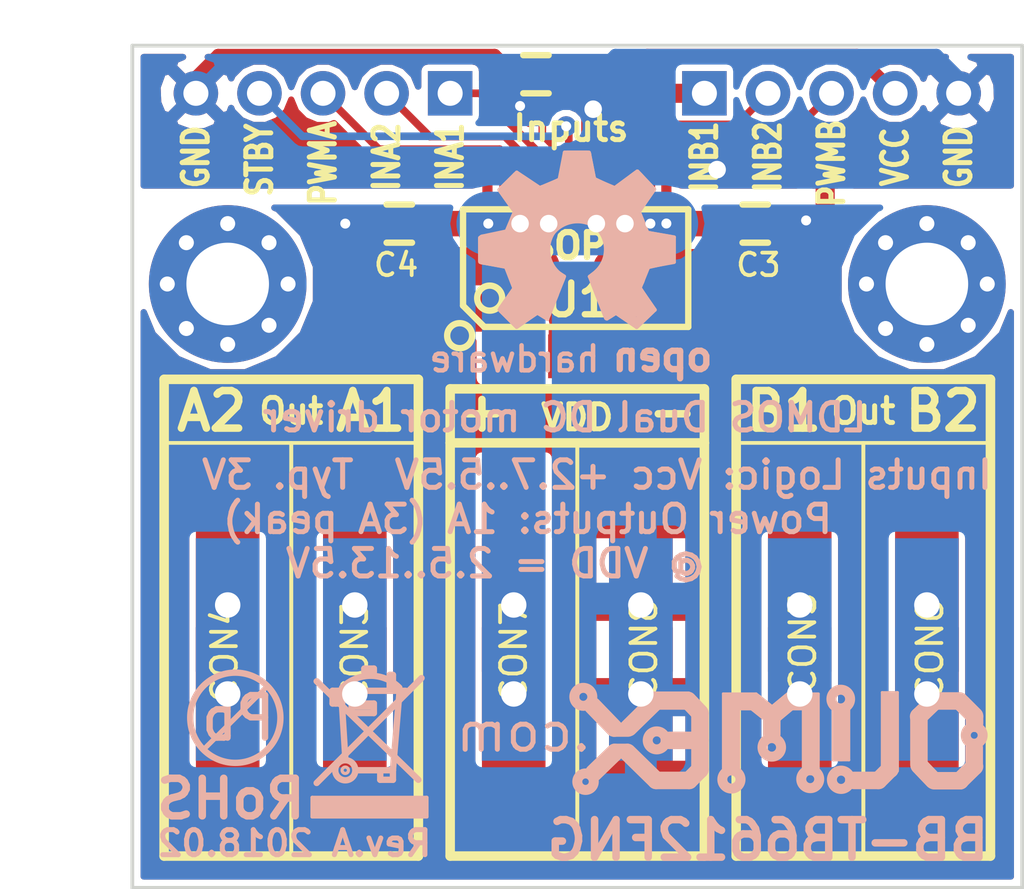
<source format=kicad_pcb>
(kicad_pcb (version 20171114) (host pcbnew "(2017-11-22 revision 78366f8f0)-master")

  (general
    (thickness 1.6)
    (drawings 45)
    (tracks 166)
    (zones 0)
    (modules 25)
    (nets 16)
  )

  (page A4)
  (layers
    (0 F.Cu signal)
    (31 B.Cu signal)
    (32 B.Adhes user)
    (33 F.Adhes user)
    (34 B.Paste user)
    (35 F.Paste user)
    (36 B.SilkS user)
    (37 F.SilkS user)
    (38 B.Mask user)
    (39 F.Mask user)
    (40 Dwgs.User user)
    (41 Cmts.User user)
    (42 Eco1.User user)
    (43 Eco2.User user)
    (44 Edge.Cuts user)
    (45 Margin user)
    (46 B.CrtYd user)
    (47 F.CrtYd user)
    (48 B.Fab user)
    (49 F.Fab user)
  )

  (setup
    (last_trace_width 0.25)
    (user_trace_width 0.3048)
    (user_trace_width 0.508)
    (user_trace_width 0.762)
    (user_trace_width 1.016)
    (user_trace_width 1.27)
    (user_trace_width 1.524)
    (user_trace_width 2.032)
    (user_trace_width 2.54)
    (trace_clearance 0.2)
    (zone_clearance 0.254)
    (zone_45_only no)
    (trace_min 0.2)
    (segment_width 0.381)
    (edge_width 0.15)
    (via_size 0.8)
    (via_drill 0.4)
    (via_min_size 0.4)
    (via_min_drill 0.3)
    (uvia_size 0.3)
    (uvia_drill 0.1)
    (uvias_allowed no)
    (uvia_min_size 0.2)
    (uvia_min_drill 0.1)
    (pcb_text_width 0.3)
    (pcb_text_size 1.5 1.5)
    (mod_edge_width 0.15)
    (mod_text_size 1 1)
    (mod_text_width 0.15)
    (pad_size 1.016 1.016)
    (pad_drill 0)
    (pad_to_mask_clearance 0.2)
    (aux_axis_origin 0 0)
    (visible_elements FFFFFF7F)
    (pcbplotparams
      (layerselection 0x00000_ffffffff)
      (usegerberextensions false)
      (usegerberattributes false)
      (usegerberadvancedattributes false)
      (creategerberjobfile false)
      (excludeedgelayer true)
      (linewidth 0.100000)
      (plotframeref false)
      (viasonmask false)
      (mode 1)
      (useauxorigin false)
      (hpglpennumber 1)
      (hpglpenspeed 20)
      (hpglpendiameter 15)
      (psnegative false)
      (psa4output false)
      (plotreference true)
      (plotvalue false)
      (plotinvisibletext false)
      (padsonsilk false)
      (subtractmaskfromsilk false)
      (outputformat 1)
      (mirror false)
      (drillshape 0)
      (scaleselection 1)
      (outputdirectory ""))
  )

  (net 0 "")
  (net 1 /GND)
  (net 2 /VCC)
  (net 3 /PGND)
  (net 4 /VDD)
  (net 5 /AIN1)
  (net 6 /AIN2)
  (net 7 /PWMA)
  (net 8 /STBY)
  (net 9 /PWMB)
  (net 10 /BIN2)
  (net 11 /BIN1)
  (net 12 /AO1)
  (net 13 /AO2)
  (net 14 /BO1)
  (net 15 /BO2)

  (net_class Default "This is the default net class."
    (clearance 0.2)
    (trace_width 0.25)
    (via_dia 0.8)
    (via_drill 0.4)
    (uvia_dia 0.3)
    (uvia_drill 0.1)
    (add_net /AIN1)
    (add_net /AIN2)
    (add_net /AO1)
    (add_net /AO2)
    (add_net /BIN1)
    (add_net /BIN2)
    (add_net /BO1)
    (add_net /BO2)
    (add_net /GND)
    (add_net /PGND)
    (add_net /PWMA)
    (add_net /PWMB)
    (add_net /STBY)
    (add_net /VCC)
    (add_net /VDD)
  )

  (module OLIMEX_LOGOs-FP:LOGO_RECYCLEBIN_1 (layer B.Cu) (tedit 552CE91B) (tstamp 5A537B64)
    (at 140.081 95.631 180)
    (fp_text reference "" (at 2.11 7.12 180) (layer B.Fab) hide
      (effects (font (size 1 1) (thickness 0.15)) (justify mirror))
    )
    (fp_text value "" (at 2.85 -1.56 180) (layer B.Fab) hide
      (effects (font (size 1 1) (thickness 0.15)) (justify mirror))
    )
    (fp_line (start 4.62 0.812) (end 4.62 0.05) (layer B.SilkS) (width 0.15))
    (fp_line (start 0.048 0.812) (end 4.62 0.812) (layer B.SilkS) (width 0.15))
    (fp_line (start 0.048 0.05) (end 0.048 0.812) (layer B.SilkS) (width 0.15))
    (fp_line (start 4.62 0.05) (end 0.048 0.05) (layer B.SilkS) (width 0.15))
    (fp_line (start 4.5692 0.7612) (end 0.1496 0.7612) (layer B.SilkS) (width 0.15))
    (fp_line (start 0.0988 0.6596) (end 4.5692 0.6596) (layer B.SilkS) (width 0.15))
    (fp_line (start 4.5692 0.5072) (end 0.1496 0.5072) (layer B.SilkS) (width 0.15))
    (fp_line (start 4.5692 0.3548) (end 0.1496 0.3548) (layer B.SilkS) (width 0.15))
    (fp_line (start 0.0988 0.6088) (end 4.5184 0.6088) (layer B.SilkS) (width 0.15))
    (fp_line (start 0.0988 0.4564) (end 4.5692 0.4564) (layer B.SilkS) (width 0.15))
    (fp_line (start 4.5184 0.2532) (end 0.1496 0.2532) (layer B.SilkS) (width 0.15))
    (fp_line (start 0.0988 0.1516) (end 4.5184 0.1516) (layer B.SilkS) (width 0.15))
    (fp_line (start 0.254 5.588) (end 4.445 1.397) (layer B.SilkS) (width 0.254))
    (fp_line (start 0.381 1.524) (end 4.445 5.461) (layer B.SilkS) (width 0.254))
    (fp_line (start 1.397 1.905) (end 2.794 1.905) (layer B.SilkS) (width 0.254))
    (fp_line (start 1.397 1.905) (end 1.143 4.953) (layer B.SilkS) (width 0.254))
    (fp_line (start 0.889 5.08) (end 3.81 5.08) (layer B.SilkS) (width 0.254))
    (fp_line (start 1.905 1.524) (end 1.905 1.778) (layer B.SilkS) (width 0.254))
    (fp_line (start 1.397 1.524) (end 1.905 1.524) (layer B.SilkS) (width 0.254))
    (fp_line (start 1.397 1.905) (end 1.397 1.524) (layer B.SilkS) (width 0.254))
    (fp_line (start 3.302 2.413) (end 3.429 4.445) (layer B.SilkS) (width 0.254))
    (fp_circle (center 3.302 1.905) (end 3.683 2.032) (layer B.SilkS) (width 0.254))
    (fp_line (start 1.524 5.715) (end 1.524 5.207) (layer B.SilkS) (width 0.254))
    (fp_line (start 1.397 5.715) (end 1.524 5.715) (layer B.SilkS) (width 0.254))
    (fp_line (start 1.397 5.207) (end 1.397 5.715) (layer B.SilkS) (width 0.254))
    (fp_line (start 3.81 4.572) (end 3.81 5.08) (layer B.SilkS) (width 0.254))
    (fp_line (start 3.429 4.572) (end 3.81 4.572) (layer B.SilkS) (width 0.254))
    (fp_line (start 3.429 5.08) (end 3.429 4.572) (layer B.SilkS) (width 0.254))
    (fp_line (start 3.556 4.953) (end 3.556 4.826) (layer B.SilkS) (width 0.254))
    (fp_line (start 3.556 5.08) (end 3.683 4.699) (layer B.SilkS) (width 0.254))
    (fp_line (start 3.556 4.953) (end 3.556 4.826) (layer B.SilkS) (width 0.254))
    (fp_line (start 3.683 4.953) (end 3.683 4.572) (layer B.SilkS) (width 0.254))
    (fp_line (start 3.556 4.953) (end 3.683 4.953) (layer B.SilkS) (width 0.254))
    (fp_line (start 3.556 4.572) (end 3.556 4.953) (layer B.SilkS) (width 0.254))
    (fp_line (start 2.159 4.191) (end 2.159 4.572) (layer B.SilkS) (width 0.254))
    (fp_line (start 3.048 4.191) (end 2.159 4.191) (layer B.SilkS) (width 0.254))
    (fp_line (start 3.048 4.572) (end 3.048 4.191) (layer B.SilkS) (width 0.254))
    (fp_line (start 2.159 4.572) (end 3.048 4.572) (layer B.SilkS) (width 0.254))
    (fp_line (start 2.286 4.445) (end 2.921 4.445) (layer B.SilkS) (width 0.254))
    (fp_line (start 2.54 5.969) (end 2.159 5.969) (layer B.SilkS) (width 0.254))
    (fp_line (start 2.54 5.842) (end 2.54 5.969) (layer B.SilkS) (width 0.254))
    (fp_line (start 2.159 5.842) (end 2.54 5.842) (layer B.SilkS) (width 0.254))
    (fp_line (start 2.159 5.969) (end 2.159 5.842) (layer B.SilkS) (width 0.254))
    (fp_arc (start 2.286 4.064) (end 1.143 5.207) (angle -90) (layer B.SilkS) (width 0.254))
    (fp_circle (center 3.302 1.905) (end 3.429 1.905) (layer B.SilkS) (width 0.127))
  )

  (module OLIMEX_LOGOs-FP:LOGO_PBFREE (layer B.Cu) (tedit 553A2F23) (tstamp 5A53771D)
    (at 132.588 91.313)
    (fp_text reference "" (at -0.2794 3.52552) (layer B.Fab)
      (effects (font (size 1 1) (thickness 0.15)) (justify mirror))
    )
    (fp_text value "" (at 0.05588 -3.15214) (layer B.Fab)
      (effects (font (size 1 1) (thickness 0.15)) (justify mirror))
    )
    (fp_circle (center -0.2032 0.31496) (end 0.90678 1.73482) (layer B.SilkS) (width 0.254))
    (fp_line (start -1.36398 1.47828) (end 1.06934 -0.94234) (layer B.SilkS) (width 0.2))
    (fp_text user Pb (at -0.08636 0.33528) (layer B.SilkS)
      (effects (font (size 1.7 1.5) (thickness 0.254)) (justify mirror))
    )
  )

  (module OLIMEX_LOGOs-FP:OLIMEX_LOGO_TB (layer B.Cu) (tedit 5530FAE4) (tstamp 5A537056)
    (at 153.924 92.456 180)
    (fp_text reference "" (at -2.4003 3.0607 180) (layer B.Fab) hide
      (effects (font (size 1 1) (thickness 0.15)) (justify mirror))
    )
    (fp_text value "" (at -1.6637 -3.7084 180) (layer B.Fab) hide
      (effects (font (size 1 1) (thickness 0.15)) (justify mirror))
    )
    (fp_circle (center -7.9883 0.127) (end -7.6708 0.2413) (layer B.SilkS) (width 0.4))
    (fp_line (start -8.001 0.9017) (end -7.493 1.4097) (layer B.SilkS) (width 0.7))
    (fp_line (start -6.4008 1.4859) (end -5.7658 0.8763) (layer B.SilkS) (width 0.7))
    (fp_line (start -5.7912 -1.0795) (end -6.35 -1.6637) (layer B.SilkS) (width 0.7))
    (fp_line (start -4.1656 -1.6764) (end -4.6228 -1.2192) (layer B.SilkS) (width 0.7))
    (fp_line (start -3.1798 -1.6764) (end -4.1656 -1.6764) (layer B.SilkS) (width 0.7))
    (fp_circle (center -2.667 -1.651) (end -2.4638 -1.3462) (layer B.SilkS) (width 0.4))
    (fp_line (start -2.667 1.0414) (end -2.667 -0.5588) (layer B.SilkS) (width 0.7))
    (fp_circle (center -2.6543 1.5748) (end -2.54 1.9304) (layer B.SilkS) (width 0.4))
    (fp_circle (center -1.4351 -1.6256) (end -1.1938 -1.3589) (layer B.SilkS) (width 0.4))
    (fp_line (start -1.4478 -1.1176) (end -1.4478 1.4732) (layer B.SilkS) (width 0.7))
    (fp_line (start -1.4478 1.4732) (end -0.6096 1.4732) (layer B.SilkS) (width 0.7))
    (fp_line (start -0.6096 1.4732) (end 0 0.9652) (layer B.SilkS) (width 0.7))
    (fp_line (start 0.1016 0.1778) (end 0.1016 0.889) (layer B.SilkS) (width 0.7))
    (fp_line (start 0.1778 0.9652) (end 0.8128 1.4732) (layer B.SilkS) (width 0.7))
    (fp_circle (center 0.1016 -0.3556) (end 0.3302 -0.0635) (layer B.SilkS) (width 0.4))
    (fp_line (start 0.8128 1.4732) (end 1.7018 1.4732) (layer B.SilkS) (width 0.7))
    (fp_circle (center 1.7145 -1.6383) (end 1.9304 -1.3462) (layer B.SilkS) (width 0.4))
    (fp_circle (center 7.5438 -1.7272) (end 7.8359 -1.5748) (layer B.SilkS) (width 0.4))
    (fp_line (start 7.2136 -1.3716) (end 6.3754 -0.5588) (layer B.SilkS) (width 0.7))
    (fp_line (start 5.8674 -0.4572) (end 6.4008 -0.4572) (layer B.SilkS) (width 0.5))
    (fp_line (start 4.7244 -1.6764) (end 5.8674 -0.5588) (layer B.SilkS) (width 0.7))
    (fp_line (start 3.4036 -1.6764) (end 4.7244 -1.6764) (layer B.SilkS) (width 0.7))
    (fp_line (start 2.9718 -1.2446) (end 3.4036 -1.6764) (layer B.SilkS) (width 0.7))
    (fp_line (start 2.9718 0.9906) (end 2.9718 -1.2446) (layer B.SilkS) (width 0.7))
    (fp_line (start 2.9718 1.016) (end 3.4544 1.524) (layer B.SilkS) (width 0.7))
    (fp_line (start 3.5025 1.4986) (end 4.7244 1.4986) (layer B.SilkS) (width 0.7))
    (fp_line (start 4.7244 1.4986) (end 5.8166 0.4318) (layer B.SilkS) (width 0.7))
    (fp_line (start 5.842 0.3175) (end 6.4008 0.3175) (layer B.SilkS) (width 0.5))
    (fp_line (start 7.2644 1.3081) (end 6.4008 0.4144) (layer B.SilkS) (width 0.7))
    (fp_circle (center 7.6327 1.6637) (end 7.9375 1.8542) (layer B.SilkS) (width 0.4))
    (fp_line (start 4.191 -0.0762) (end 2.9718 -0.0762) (layer B.SilkS) (width 0.7))
    (fp_circle (center 4.699 -0.0762) (end 4.9657 0.1651) (layer B.SilkS) (width 0.4))
    (fp_line (start -7.4295 -1.6891) (end -6.3881 -1.6891) (layer B.SilkS) (width 0.7))
    (fp_line (start -7.9883 -1.1303) (end -7.9883 -0.3683) (layer B.SilkS) (width 0.7))
    (fp_line (start -8.001 -1.1176) (end -7.4168 -1.6891) (layer B.SilkS) (width 0.7))
    (fp_line (start -8.001 0.8509) (end -8.001 0.6096) (layer B.SilkS) (width 0.7))
    (fp_line (start -5.7785 0.889) (end -5.7785 -1.0414) (layer B.SilkS) (width 0.7))
    (fp_line (start -6.4008 1.4986) (end -7.4041 1.4986) (layer B.SilkS) (width 0.7))
    (fp_line (start 1.7145 1.4859) (end 1.7145 -1.1176) (layer B.SilkS) (width 0.7))
    (fp_line (start -4.6228 -1.2319) (end -4.6228 1.4986) (layer B.SilkS) (width 0.7))
    (fp_line (start -4.6228 1.8415) (end -4.9022 1.8415) (layer B.SilkS) (width 0.1))
    (fp_line (start -4.9276 1.8415) (end -4.9276 -1.3081) (layer B.SilkS) (width 0.1))
    (fp_line (start -4.9149 1.8415) (end -4.9276 1.8415) (layer B.SilkS) (width 0.1))
    (fp_line (start -4.9022 1.8415) (end -4.9149 1.8415) (layer B.SilkS) (width 0.1))
    (fp_line (start -4.7879 1.7526) (end -4.8514 1.7653) (layer B.SilkS) (width 0.1))
    (fp_line (start -4.3053 1.8415) (end -4.3053 -1.1938) (layer B.SilkS) (width 0.1))
    (fp_line (start -4.6101 1.8415) (end -4.3053 1.8415) (layer B.SilkS) (width 0.1))
    (fp_line (start -4.4831 1.7653) (end -4.3688 1.7653) (layer B.SilkS) (width 0.1))
    (fp_line (start -2.9845 1.1557) (end -2.9845 -0.8636) (layer B.SilkS) (width 0.1))
    (fp_line (start -2.3495 -0.8636) (end -2.3495 1.1557) (layer B.SilkS) (width 0.1))
    (fp_line (start -2.3749 -0.8636) (end -2.3495 -0.8636) (layer B.SilkS) (width 0.1))
    (fp_line (start -2.9845 -0.8636) (end -2.3749 -0.8636) (layer B.SilkS) (width 0.1))
    (fp_line (start -2.8448 -0.8001) (end -2.9083 -0.8001) (layer B.SilkS) (width 0.1))
    (fp_line (start -2.5019 -0.8001) (end -2.413 -0.8001) (layer B.SilkS) (width 0.1))
    (fp_line (start -1.7653 -1.2065) (end -1.7653 1.778) (layer B.SilkS) (width 0.1))
    (fp_line (start -0.5207 1.7907) (end 0.0635 1.3081) (layer B.SilkS) (width 0.1))
    (fp_line (start -1.7653 1.7907) (end -0.5207 1.7907) (layer B.SilkS) (width 0.1))
    (fp_line (start -1.6129 1.7272) (end -1.6891 1.7272) (layer B.SilkS) (width 0.1))
    (fp_line (start 2.0447 -1.2319) (end 2.0447 1.778) (layer B.SilkS) (width 0.1))
    (fp_line (start 0.7239 1.7907) (end 0.1016 1.2954) (layer B.SilkS) (width 0.1))
    (fp_line (start 0.7493 1.7907) (end 0.7239 1.7907) (layer B.SilkS) (width 0.1))
    (fp_line (start 2.0447 1.7907) (end 0.7493 1.7907) (layer B.SilkS) (width 0.1))
    (fp_line (start 2.0447 1.778) (end 2.0447 1.7907) (layer B.SilkS) (width 0.1))
    (fp_line (start 1.8923 1.7145) (end 1.9939 1.7145) (layer B.SilkS) (width 0.1))
    (fp_line (start 4.8387 1.8288) (end 6.096 0.5842) (layer B.SilkS) (width 0.1))
    (fp_line (start 4.7879 1.8288) (end 4.8387 1.8288) (layer B.SilkS) (width 0.1))
    (fp_line (start 3.4163 1.8288) (end 4.7879 1.8288) (layer B.SilkS) (width 0.1))
  )

  (module OLIMEX_LOGOs-FP:LOGO_OPENHARDWARE_8x8 (layer B.Cu) (tedit 55534E4A) (tstamp 5A5361D3)
    (at 146.05 73.025 180)
    (fp_text reference "" (at 0 -0.5 180) (layer B.Fab) hide
      (effects (font (size 1 1) (thickness 0.15)) (justify mirror))
    )
    (fp_text value "" (at 0 0.5 180) (layer B.Fab) hide
      (effects (font (size 1 1) (thickness 0.15)) (justify mirror))
    )
    (fp_line (start -1.22682 -2.46126) (end -0.67564 -1.03886) (layer B.SilkS) (width 0.42))
    (fp_line (start -1.57226 -2.27584) (end -1.25476 -2.48158) (layer B.SilkS) (width 0.37))
    (fp_line (start -2.3622 -2.82448) (end -1.58242 -2.29362) (layer B.SilkS) (width 0.4))
    (fp_line (start -2.93878 -2.286) (end -2.3749 -2.82448) (layer B.SilkS) (width 0.38))
    (fp_line (start -2.92354 -2.286) (end -2.39014 -1.45288) (layer B.SilkS) (width 0.37))
    (fp_line (start -2.74828 -0.52578) (end -2.39014 -1.4097) (layer B.SilkS) (width 0.37))
    (fp_line (start -3.72618 -0.28448) (end -2.77622 -0.50292) (layer B.SilkS) (width 0.37))
    (fp_line (start -3.71602 0.49276) (end -3.7211 -0.29464) (layer B.SilkS) (width 0.38))
    (fp_line (start -3.72872 0.50546) (end -2.71018 0.6858) (layer B.SilkS) (width 0.37))
    (fp_line (start -2.6797 0.72136) (end -2.33172 1.5875) (layer B.SilkS) (width 0.37))
    (fp_line (start -2.9083 2.4892) (end -2.35204 1.6383) (layer B.SilkS) (width 0.37))
    (fp_line (start -2.91846 2.51206) (end -2.41808 3.04546) (layer B.SilkS) (width 0.38))
    (fp_line (start -2.36982 3.07086) (end -1.54178 2.41808) (layer B.SilkS) (width 0.37))
    (fp_line (start -1.48082 2.42824) (end -0.635 2.83464) (layer B.SilkS) (width 0.37))
    (fp_line (start -0.37592 3.86842) (end -0.58166 2.85496) (layer B.SilkS) (width 0.37))
    (fp_line (start -0.38354 3.88112) (end 0.40132 3.88112) (layer B.SilkS) (width 0.37))
    (fp_line (start 0.38354 3.8608) (end 0.5969 2.84226) (layer B.SilkS) (width 0.37))
    (fp_line (start 0.5969 2.84226) (end 1.4986 2.39268) (layer B.SilkS) (width 0.37))
    (fp_line (start 1.5113 2.39776) (end 2.41554 3.0322) (layer B.SilkS) (width 0.37))
    (fp_line (start 2.41554 3.03022) (end 2.96926 2.48412) (layer B.SilkS) (width 0.37))
    (fp_line (start 2.96926 2.48158) (end 2.35204 1.69164) (layer B.SilkS) (width 0.37))
    (fp_line (start 2.35204 1.69164) (end 2.6924 0.75438) (layer B.SilkS) (width 0.37))
    (fp_line (start 2.6924 0.75438) (end 3.77444 0.52578) (layer B.SilkS) (width 0.37))
    (fp_line (start 3.77444 0.52578) (end 3.77444 -0.30988) (layer B.SilkS) (width 0.37))
    (fp_line (start 3.77444 -0.30988) (end 2.76098 -0.48006) (layer B.SilkS) (width 0.37))
    (fp_line (start 2.76098 -0.48006) (end 2.35458 -1.39192) (layer B.SilkS) (width 0.37))
    (fp_line (start 2.40538 -2.83972) (end 1.56972 -2.2733) (layer B.SilkS) (width 0.37))
    (fp_line (start 1.56972 -2.2733) (end 1.2319 -2.45872) (layer B.SilkS) (width 0.37))
    (fp_line (start 1.2319 -2.45872) (end 0.65786 -1.01854) (layer B.SilkS) (width 0.37))
    (fp_arc (start -0.07874 0.1016) (end 1.03886 0.84836) (angle -90) (layer B.SilkS) (width 0.37))
    (fp_arc (start -0.0127 -0.03048) (end -0.8763 1.03124) (angle -90) (layer B.SilkS) (width 0.37))
    (fp_arc (start 0.0635 0.11684) (end -0.8255 -0.84836) (angle -90) (layer B.SilkS) (width 0.37))
    (fp_line (start 2.35458 -1.39192) (end 2.97434 -2.27838) (layer B.SilkS) (width 0.37))
    (fp_line (start 2.42062 -2.8321) (end 2.97434 -2.286) (layer B.SilkS) (width 0.37))
    (fp_line (start -1.14554 -2.6416) (end -0.4953 -0.97282) (layer B.SilkS) (width 0.15))
    (fp_line (start -1.52908 -2.4384) (end -1.18364 -2.65938) (layer B.SilkS) (width 0.15))
    (fp_line (start -1.54178 -2.42824) (end -2.36728 -2.99212) (layer B.SilkS) (width 0.15))
    (fp_line (start -2.3749 -2.99974) (end -3.09626 -2.30632) (layer B.SilkS) (width 0.15))
    (fp_line (start -3.10388 -2.30378) (end -2.50698 -1.44018) (layer B.SilkS) (width 0.15))
    (fp_line (start -3.86588 -0.39624) (end -2.794 -0.59182) (layer B.SilkS) (width 0.15))
    (fp_line (start -3.86588 0.5969) (end -3.86588 -0.38862) (layer B.SilkS) (width 0.15))
    (fp_line (start -3.86842 0.59944) (end -2.69748 0.80264) (layer B.SilkS) (width 0.15))
    (fp_line (start -2.79908 0.79756) (end -2.4638 1.63068) (layer B.SilkS) (width 0.15))
    (fp_line (start -3.0607 2.48158) (end -2.46634 1.62814) (layer B.SilkS) (width 0.15))
    (fp_line (start -3.08102 2.51714) (end -2.40792 3.23088) (layer B.SilkS) (width 0.15))
    (fp_line (start -2.39522 3.23342) (end -1.42494 2.51714) (layer B.SilkS) (width 0.15))
    (fp_line (start -1.4605 2.58572) (end -0.55626 2.96418) (layer B.SilkS) (width 0.15))
    (fp_line (start -0.47244 3.98018) (end -0.6731 2.95402) (layer B.SilkS) (width 0.15))
    (fp_line (start -0.46228 3.9878) (end 0.50292 3.9878) (layer B.SilkS) (width 0.15))
    (fp_line (start 0.50292 3.9878) (end 0.72898 2.81686) (layer B.SilkS) (width 0.15))
    (fp_line (start 0.71882 2.89814) (end 1.524 2.56032) (layer B.SilkS) (width 0.15))
    (fp_line (start 1.40462 2.51206) (end 2.41554 3.18516) (layer B.SilkS) (width 0.15))
    (fp_line (start 2.42062 3.1877) (end 3.11404 2.49682) (layer B.SilkS) (width 0.15))
    (fp_line (start 3.11912 2.4892) (end 2.41554 1.4986) (layer B.SilkS) (width 0.15))
    (fp_line (start 2.50444 1.60782) (end 2.8702 0.73914) (layer B.SilkS) (width 0.15))
    (fp_line (start 3.80746 -0.16256) (end 2.70002 -0.38608) (layer B.SilkS) (width 0.15))
    (fp_line (start 3.89128 0.57912) (end 3.88874 -0.37846) (layer B.SilkS) (width 0.15))
    (fp_line (start 2.75336 -0.6096) (end 3.87604 -0.39878) (layer B.SilkS) (width 0.15))
    (fp_line (start 2.8575 -0.57658) (end 2.4765 -1.55702) (layer B.SilkS) (width 0.15))
    (fp_line (start 2.82448 -2.21234) (end 2.33934 -2.7432) (layer B.SilkS) (width 0.15))
    (fp_line (start 2.42824 -2.98704) (end 3.1115 -2.29616) (layer B.SilkS) (width 0.15))
    (fp_line (start 1.54178 -2.37236) (end 2.41808 -2.99212) (layer B.SilkS) (width 0.15))
    (fp_line (start 2.40538 -2.67716) (end 1.58496 -2.14884) (layer B.SilkS) (width 0.15))
    (fp_line (start 1.72212 -2.34442) (end 1.1938 -2.67208) (layer B.SilkS) (width 0.15))
    (fp_line (start 1.1938 -2.67208) (end 0.80772 -1.69164) (layer B.SilkS) (width 0.15))
    (fp_line (start 0.80264 -0.99314) (end 1.33096 -2.3749) (layer B.SilkS) (width 0.15))
    (fp_line (start -3.57378 0.40894) (end -3.57378 -0.2413) (layer B.SilkS) (width 0.15))
    (fp_line (start -3.71602 0.35306) (end -2.60096 0.59944) (layer B.SilkS) (width 0.15))
    (fp_line (start -2.18694 1.62052) (end -2.57302 0.6223) (layer B.SilkS) (width 0.15))
    (fp_line (start -2.18186 1.61544) (end -2.78384 2.52476) (layer B.SilkS) (width 0.15))
    (fp_line (start -2.4257 2.96926) (end -1.54178 2.2479) (layer B.SilkS) (width 0.15))
    (fp_line (start 0.84582 -1.05156) (end 1.02362 -0.92964) (layer B.SilkS) (width 0.15))
    (fp_line (start 1.02362 -0.92964) (end 1.39954 -0.21844) (layer B.SilkS) (width 0.15))
    (fp_line (start 1.39954 -0.21844) (end 1.39954 0.29972) (layer B.SilkS) (width 0.15))
    (fp_line (start 1.40462 0.28702) (end 1.17094 0.96012) (layer B.SilkS) (width 0.15))
    (fp_line (start 1.17094 0.96012) (end 0.6604 1.38938) (layer B.SilkS) (width 0.15))
    (fp_line (start 0.6604 1.38938) (end -0.15494 1.5494) (layer B.SilkS) (width 0.15))
    (fp_line (start -0.15494 1.55702) (end -1.02616 1.12776) (layer B.SilkS) (width 0.15))
    (fp_line (start -1.02616 1.12776) (end -1.44526 0.39624) (layer B.SilkS) (width 0.15))
    (fp_line (start -1.45034 0.39116) (end -1.31826 -0.4318) (layer B.SilkS) (width 0.15))
    (fp_line (start -1.31318 -0.46228) (end -1.2192 -0.63246) (layer B.SilkS) (width 0.15))
    (fp_line (start -1.31318 -0.46228) (end -1.2192 -0.63246) (layer B.SilkS) (width 0.15))
    (fp_line (start -1.08966 -0.68326) (end -0.83058 -1.02108) (layer B.SilkS) (width 0.15))
    (fp_line (start -0.72136 -0.79756) (end -0.4953 -0.97282) (layer B.SilkS) (width 0.15))
    (fp_line (start 0.77978 -0.8001) (end 0.52578 -0.9652) (layer B.SilkS) (width 0.15))
    (fp_line (start 0.64262 -1.25476) (end 0.5207 -0.97028) (layer B.SilkS) (width 0.15))
    (fp_line (start -1.5367 2.25044) (end -0.55372 2.7432) (layer B.SilkS) (width 0.15))
    (fp_line (start -1.2065 -0.66294) (end -0.89916 -0.92964) (layer B.SilkS) (width 0.15))
    (fp_line (start -2.2225 -2.09296) (end -1.36906 -1.07188) (layer B.SilkS) (width 1))
    (fp_line (start -3.25882 0.11176) (end -1.8415 0.17272) (layer B.SilkS) (width 1))
    (fp_line (start -2.2733 2.39776) (end -1.21158 1.29032) (layer B.SilkS) (width 1))
    (fp_line (start -0.0127 3.37312) (end -0.00762 1.85928) (layer B.SilkS) (width 1))
    (fp_line (start 2.25298 2.31648) (end 1.14046 1.24968) (layer B.SilkS) (width 1))
    (fp_line (start 3.24358 0.13208) (end 1.77546 0.04572) (layer B.SilkS) (width 1))
    (fp_line (start -1.54686 -1.92024) (end -1.1811 -1.15824) (layer B.SilkS) (width 1))
    (fp_line (start -2.21234 -1.02108) (end -1.64846 -0.54102) (layer B.SilkS) (width 1))
    (fp_line (start -2.46126 -0.37592) (end -1.75514 -0.24892) (layer B.SilkS) (width 1))
    (fp_line (start -2.13614 0.86868) (end -1.69418 0.70866) (layer B.SilkS) (width 1))
    (fp_line (start -1.96088 1.34874) (end -1.50368 1.05918) (layer B.SilkS) (width 1))
    (fp_line (start -0.96266 2.12598) (end -0.7874 1.76784) (layer B.SilkS) (width 1))
    (fp_line (start -0.52832 2.38506) (end -0.36068 1.77546) (layer B.SilkS) (width 1))
    (fp_line (start 0.7366 2.36982) (end 0.51562 1.68402) (layer B.SilkS) (width 1))
    (fp_line (start 1.32334 2.11836) (end 0.90424 1.53162) (layer B.SilkS) (width 1))
    (fp_line (start 2.19202 1.24968) (end 1.5367 0.88392) (layer B.SilkS) (width 1))
    (fp_line (start 2.43332 0.55626) (end 1.71196 0.40894) (layer B.SilkS) (width 1))
    (fp_line (start 1.59766 -0.60198) (end 2.20726 -0.70866) (layer B.SilkS) (width 1))
    (fp_line (start 1.27762 -1.02108) (end 1.89484 -1.34874) (layer B.SilkS) (width 1))
    (fp_line (start 1.16332 -1.15824) (end 2.34442 -2.1717) (layer B.SilkS) (width 1))
    (fp_line (start 1.16332 -1.0668) (end 1.49606 -1.79832) (layer B.SilkS) (width 1))
    (fp_text user open (at -3.40106 -4.17576) (layer B.SilkS)
      (effects (font (size 1.1 1.1) (thickness 0.254)) (justify mirror))
    )
    (fp_text user hardware (at 2.51206 -4.2672) (layer B.SilkS)
      (effects (font (size 1 1) (thickness 0.18)) (justify mirror))
    )
  )

  (module "OLIMEX_RLC-FP:R_0603_5MIL_0R(Board_Mounted)" (layer F.Cu) (tedit 5A5352A0) (tstamp 5A56A062)
    (at 155.956 70.866 270)
    (descr "Resistor SMD 0603, reflow soldering, Vishay (see dcrcw.pdf)")
    (tags "resistor 0603")
    (path /5A56A015)
    (attr smd)
    (fp_text reference R1 (at -0.508 -1.651 270) (layer F.SilkS) hide
      (effects (font (size 1.27 1.27) (thickness 0.254)))
    )
    (fp_text value 0R (at 0.127 1.778 270) (layer F.Fab)
      (effects (font (size 1.27 1.27) (thickness 0.254)))
    )
    (fp_line (start -0.889 0) (end 0.889 0) (layer F.Cu) (width 0.762))
    (fp_line (start 0.762 -0.381) (end 0 -0.381) (layer F.Fab) (width 0.127))
    (fp_line (start 0.762 0.381) (end 0.762 -0.381) (layer F.Fab) (width 0.127))
    (fp_line (start -0.762 0.381) (end 0.762 0.381) (layer F.Fab) (width 0.127))
    (fp_line (start -0.762 -0.381) (end -0.762 0.381) (layer F.Fab) (width 0.127))
    (fp_line (start 0 -0.381) (end -0.762 -0.381) (layer F.Fab) (width 0.127))
    (fp_line (start 0.508 -0.762) (end 1.651 -0.762) (layer Dwgs.User) (width 0.254))
    (fp_line (start 1.651 -0.762) (end 1.651 0.762) (layer Dwgs.User) (width 0.254))
    (fp_line (start 1.651 0.762) (end 0.508 0.762) (layer Dwgs.User) (width 0.254))
    (fp_line (start -0.508 -0.762) (end -1.651 -0.762) (layer Dwgs.User) (width 0.254))
    (fp_line (start -1.651 -0.762) (end -1.651 0.762) (layer Dwgs.User) (width 0.254))
    (fp_line (start -1.651 0.762) (end -0.508 0.762) (layer Dwgs.User) (width 0.254))
    (pad 1 smd rect (at -0.889 0 270) (size 1.016 1.016) (layers F.Cu)
      (net 1 /GND) (solder_mask_margin 0.0508))
    (pad 2 smd rect (at 0.889 0 270) (size 1.016 1.016) (layers F.Cu)
      (net 3 /PGND) (solder_mask_margin 0.0508))
    (model Resistors_SMD/R_0603.wrl
      (at (xyz 0 0 0))
      (scale (xyz 1 1 1))
      (rotate (xyz 0 0 0))
    )
  )

  (module OLIMEX_Connectors-FP:HN1x5 (layer F.Cu) (tedit 5A535215) (tstamp 5A55E2CA)
    (at 156.21 66.675)
    (path /5A536F25)
    (solder_mask_margin 0.0508)
    (solder_paste_margin -0.0508)
    (attr smd)
    (fp_text reference CON2 (at -4.191 2.413) (layer F.SilkS) hide
      (effects (font (size 1.27 1.27) (thickness 0.254)))
    )
    (fp_text value INB (at -3.302 -2.286) (layer F.Fab)
      (effects (font (size 1.27 1.27) (thickness 0.254)))
    )
    (pad 4 thru_hole circle (at 2.54 0) (size 1.778 1.778) (drill 1) (layers *.Cu *.Mask)
      (net 2 /VCC))
    (pad 3 thru_hole circle (at 0 0) (size 1.778 1.778) (drill 1) (layers *.Cu *.Mask)
      (net 9 /PWMB))
    (pad 2 thru_hole circle (at -2.54 0) (size 1.778 1.778) (drill 1) (layers *.Cu *.Mask)
      (net 10 /BIN2))
    (pad 1 thru_hole rect (at -5.08 0) (size 1.778 1.778) (drill 1) (layers *.Cu *.Mask)
      (net 11 /BIN1))
    (pad 5 thru_hole circle (at 5.08 0) (size 1.778 1.778) (drill 1) (layers *.Cu *.Mask)
      (net 1 /GND))
  )

  (module OLIMEX_Connectors-FP:HN1x5 (layer F.Cu) (tedit 5A5351F6) (tstamp 5A55E29F)
    (at 135.89 66.675 180)
    (path /5A536DAA)
    (solder_mask_margin 0.0508)
    (solder_paste_margin -0.0508)
    (attr smd)
    (fp_text reference CON1 (at -4.191 2.413 180) (layer F.SilkS) hide
      (effects (font (size 1.27 1.27) (thickness 0.254)))
    )
    (fp_text value INA (at -3.302 -2.286 180) (layer F.Fab)
      (effects (font (size 1.27 1.27) (thickness 0.254)))
    )
    (pad 5 thru_hole circle (at 5.08 0 180) (size 1.778 1.778) (drill 1) (layers *.Cu *.Mask)
      (net 1 /GND))
    (pad 1 thru_hole rect (at -5.08 0 180) (size 1.778 1.778) (drill 1) (layers *.Cu *.Mask)
      (net 5 /AIN1))
    (pad 2 thru_hole circle (at -2.54 0 180) (size 1.778 1.778) (drill 1) (layers *.Cu *.Mask)
      (net 6 /AIN2))
    (pad 3 thru_hole circle (at 0 0 180) (size 1.778 1.778) (drill 1) (layers *.Cu *.Mask)
      (net 7 /PWMA))
    (pad 4 thru_hole circle (at 2.54 0 180) (size 1.778 1.778) (drill 1) (layers *.Cu *.Mask)
      (net 8 /STBY))
  )

  (module OLIMEX_Connectors-FP:N1_SMD (layer F.Cu) (tedit 5A533C06) (tstamp 5A55E2EE)
    (at 160.02 88.9 90)
    (path /5A558CA6)
    (fp_text reference CON6 (at 0 0.127 90) (layer F.SilkS)
      (effects (font (size 1 1) (thickness 0.15)))
    )
    (fp_text value BO2 (at 0 -8.25 90) (layer F.Fab)
      (effects (font (size 1 1) (thickness 0.15)))
    )
    (fp_line (start -8.255 2.54) (end -8.255 0) (layer F.SilkS) (width 0.15))
    (fp_line (start 8.255 2.54) (end -8.255 2.54) (layer F.SilkS) (width 0.15))
    (fp_line (start 8.255 -2.54) (end 8.255 2.54) (layer F.SilkS) (width 0.15))
    (fp_line (start -8.255 -2.54) (end 8.255 -2.54) (layer F.SilkS) (width 0.15))
    (fp_line (start -8.255 0) (end -8.255 -2.54) (layer F.SilkS) (width 0.15))
    (pad 1 smd rect (at 0 0 90) (size 15.24 2.54) (layers F.Cu)
      (net 15 /BO2))
    (pad 1 smd rect (at -5.08 0 90) (size 5.08 2.032) (layers F.Cu F.Paste F.Mask)
      (net 15 /BO2))
    (pad 1 smd rect (at 5.08 0 90) (size 5.08 2.032) (layers F.Cu F.Paste F.Mask)
      (net 15 /BO2))
    (pad 1 thru_hole rect (at -1.778 0 90) (size 5.334 2.54) (drill 1.016) (layers *.Cu)
      (net 15 /BO2))
    (pad 1 thru_hole rect (at 1.778 0 90) (size 5.334 2.54) (drill 1.016) (layers *.Cu)
      (net 15 /BO2))
  )

  (module OLIMEX_Connectors-FP:N1_SMD (layer F.Cu) (tedit 5A533C06) (tstamp 5A55E2E5)
    (at 154.94 88.9 90)
    (path /5A558CA0)
    (fp_text reference CON5 (at 0.254 0.127 90) (layer F.SilkS)
      (effects (font (size 1 1) (thickness 0.15)))
    )
    (fp_text value BO1 (at 0 -8.25 90) (layer F.Fab)
      (effects (font (size 1 1) (thickness 0.15)))
    )
    (fp_line (start -8.255 2.54) (end -8.255 0) (layer F.SilkS) (width 0.15))
    (fp_line (start 8.255 2.54) (end -8.255 2.54) (layer F.SilkS) (width 0.15))
    (fp_line (start 8.255 -2.54) (end 8.255 2.54) (layer F.SilkS) (width 0.15))
    (fp_line (start -8.255 -2.54) (end 8.255 -2.54) (layer F.SilkS) (width 0.15))
    (fp_line (start -8.255 0) (end -8.255 -2.54) (layer F.SilkS) (width 0.15))
    (pad 1 smd rect (at 0 0 90) (size 15.24 2.54) (layers F.Cu)
      (net 14 /BO1))
    (pad 1 smd rect (at -5.08 0 90) (size 5.08 2.032) (layers F.Cu F.Paste F.Mask)
      (net 14 /BO1))
    (pad 1 smd rect (at 5.08 0 90) (size 5.08 2.032) (layers F.Cu F.Paste F.Mask)
      (net 14 /BO1))
    (pad 1 thru_hole rect (at -1.778 0 90) (size 5.334 2.54) (drill 1.016) (layers *.Cu)
      (net 14 /BO1))
    (pad 1 thru_hole rect (at 1.778 0 90) (size 5.334 2.54) (drill 1.016) (layers *.Cu)
      (net 14 /BO1))
  )

  (module OLIMEX_Connectors-FP:N1_SMD (layer F.Cu) (tedit 5A533C06) (tstamp 5A55E300)
    (at 148.59 88.9 90)
    (path /5A558D0A)
    (fp_text reference CON8 (at 0 0.127 90) (layer F.SilkS)
      (effects (font (size 1 1) (thickness 0.15)))
    )
    (fp_text value PGND (at 0 -8.25 90) (layer F.Fab)
      (effects (font (size 1 1) (thickness 0.15)))
    )
    (fp_line (start -8.255 2.54) (end -8.255 0) (layer F.SilkS) (width 0.15))
    (fp_line (start 8.255 2.54) (end -8.255 2.54) (layer F.SilkS) (width 0.15))
    (fp_line (start 8.255 -2.54) (end 8.255 2.54) (layer F.SilkS) (width 0.15))
    (fp_line (start -8.255 -2.54) (end 8.255 -2.54) (layer F.SilkS) (width 0.15))
    (fp_line (start -8.255 0) (end -8.255 -2.54) (layer F.SilkS) (width 0.15))
    (pad 1 smd rect (at 0 0 90) (size 15.24 2.54) (layers F.Cu)
      (net 3 /PGND))
    (pad 1 smd rect (at -5.08 0 90) (size 5.08 2.032) (layers F.Cu F.Paste F.Mask)
      (net 3 /PGND))
    (pad 1 smd rect (at 5.08 0 90) (size 5.08 2.032) (layers F.Cu F.Paste F.Mask)
      (net 3 /PGND))
    (pad 1 thru_hole rect (at -1.778 0 90) (size 5.334 2.54) (drill 1.016) (layers *.Cu)
      (net 3 /PGND))
    (pad 1 thru_hole rect (at 1.778 0 90) (size 5.334 2.54) (drill 1.016) (layers *.Cu)
      (net 3 /PGND))
  )

  (module OLIMEX_Connectors-FP:N1_SMD (layer F.Cu) (tedit 5A533C06) (tstamp 5A55E2F7)
    (at 143.51 88.9 90)
    (path /5A558D04)
    (fp_text reference CON7 (at -0.127 0 90) (layer F.SilkS)
      (effects (font (size 1 1) (thickness 0.15)))
    )
    (fp_text value VDD (at 0 -8.25 90) (layer F.Fab)
      (effects (font (size 1 1) (thickness 0.15)))
    )
    (fp_line (start -8.255 2.54) (end -8.255 0) (layer F.SilkS) (width 0.15))
    (fp_line (start 8.255 2.54) (end -8.255 2.54) (layer F.SilkS) (width 0.15))
    (fp_line (start 8.255 -2.54) (end 8.255 2.54) (layer F.SilkS) (width 0.15))
    (fp_line (start -8.255 -2.54) (end 8.255 -2.54) (layer F.SilkS) (width 0.15))
    (fp_line (start -8.255 0) (end -8.255 -2.54) (layer F.SilkS) (width 0.15))
    (pad 1 smd rect (at 0 0 90) (size 15.24 2.54) (layers F.Cu)
      (net 4 /VDD))
    (pad 1 smd rect (at -5.08 0 90) (size 5.08 2.032) (layers F.Cu F.Paste F.Mask)
      (net 4 /VDD))
    (pad 1 smd rect (at 5.08 0 90) (size 5.08 2.032) (layers F.Cu F.Paste F.Mask)
      (net 4 /VDD))
    (pad 1 thru_hole rect (at -1.778 0 90) (size 5.334 2.54) (drill 1.016) (layers *.Cu)
      (net 4 /VDD))
    (pad 1 thru_hole rect (at 1.778 0 90) (size 5.334 2.54) (drill 1.016) (layers *.Cu)
      (net 4 /VDD))
  )

  (module OLIMEX_Connectors-FP:N1_SMD (layer F.Cu) (tedit 5A533C06) (tstamp 5A55E2DC)
    (at 132.08 88.9 90)
    (path /5A558AC2)
    (fp_text reference CON4 (at -0.127 -0.127 90) (layer F.SilkS)
      (effects (font (size 1 1) (thickness 0.15)))
    )
    (fp_text value AO2 (at 0 -8.25 90) (layer F.Fab)
      (effects (font (size 1 1) (thickness 0.15)))
    )
    (fp_line (start -8.255 2.54) (end -8.255 0) (layer F.SilkS) (width 0.15))
    (fp_line (start 8.255 2.54) (end -8.255 2.54) (layer F.SilkS) (width 0.15))
    (fp_line (start 8.255 -2.54) (end 8.255 2.54) (layer F.SilkS) (width 0.15))
    (fp_line (start -8.255 -2.54) (end 8.255 -2.54) (layer F.SilkS) (width 0.15))
    (fp_line (start -8.255 0) (end -8.255 -2.54) (layer F.SilkS) (width 0.15))
    (pad 1 smd rect (at 0 0 90) (size 15.24 2.54) (layers F.Cu)
      (net 13 /AO2))
    (pad 1 smd rect (at -5.08 0 90) (size 5.08 2.032) (layers F.Cu F.Paste F.Mask)
      (net 13 /AO2))
    (pad 1 smd rect (at 5.08 0 90) (size 5.08 2.032) (layers F.Cu F.Paste F.Mask)
      (net 13 /AO2))
    (pad 1 thru_hole rect (at -1.778 0 90) (size 5.334 2.54) (drill 1.016) (layers *.Cu)
      (net 13 /AO2))
    (pad 1 thru_hole rect (at 1.778 0 90) (size 5.334 2.54) (drill 1.016) (layers *.Cu)
      (net 13 /AO2))
  )

  (module N1_SMD (layer F.Cu) (tedit 5A533C06) (tstamp 5A55E2D3)
    (at 137.16 88.9 90)
    (path /5A558A38)
    (fp_text reference CON3 (at -0.127 0 90) (layer F.SilkS)
      (effects (font (size 1 1) (thickness 0.15)))
    )
    (fp_text value AO1 (at 0 -8.25 90) (layer F.Fab)
      (effects (font (size 1 1) (thickness 0.15)))
    )
    (fp_line (start -8.255 0) (end -8.255 -2.54) (layer F.SilkS) (width 0.15))
    (fp_line (start -8.255 -2.54) (end 8.255 -2.54) (layer F.SilkS) (width 0.15))
    (fp_line (start 8.255 -2.54) (end 8.255 2.54) (layer F.SilkS) (width 0.15))
    (fp_line (start 8.255 2.54) (end -8.255 2.54) (layer F.SilkS) (width 0.15))
    (fp_line (start -8.255 2.54) (end -8.255 0) (layer F.SilkS) (width 0.15))
    (pad 1 thru_hole rect (at 1.778 0 90) (size 5.334 2.54) (drill 1.016) (layers *.Cu)
      (net 12 /AO1))
    (pad 1 thru_hole rect (at -1.778 0 90) (size 5.334 2.54) (drill 1.016) (layers *.Cu)
      (net 12 /AO1))
    (pad 1 smd rect (at 5.08 0 90) (size 5.08 2.032) (layers F.Cu F.Paste F.Mask)
      (net 12 /AO1))
    (pad 1 smd rect (at -5.08 0 90) (size 5.08 2.032) (layers F.Cu F.Paste F.Mask)
      (net 12 /AO1))
    (pad 1 smd rect (at 0 0 90) (size 15.24 2.54) (layers F.Cu)
      (net 12 /AO1))
  )

  (module OLIMEX_Other-FP:via_09_07 (layer F.Cu) (tedit 5A533A00) (tstamp 5A56A15B)
    (at 151.638 69.723)
    (attr virtual)
    (fp_text reference Ref** (at 0 0.5) (layer F.Fab) hide
      (effects (font (size 1 1) (thickness 0.15)))
    )
    (fp_text value Val** (at 0 -0.7874) (layer F.Fab)
      (effects (font (size 1 1) (thickness 0.15)))
    )
    (pad 0 thru_hole circle (at 0 0) (size 0.9 0.9) (drill 0.7) (layers *.Cu)
      (net 1 /GND) (zone_connect 2))
  )

  (module OLIMEX_Other-FP:via_09_07 (layer F.Cu) (tedit 5A533A00) (tstamp 5A56A146)
    (at 146.685 67.31)
    (attr virtual)
    (fp_text reference Ref** (at 0 0.5) (layer F.Fab) hide
      (effects (font (size 1 1) (thickness 0.15)))
    )
    (fp_text value Val** (at 0 -0.7874) (layer F.Fab)
      (effects (font (size 1 1) (thickness 0.15)))
    )
    (pad 0 thru_hole circle (at 0 0) (size 0.9 0.9) (drill 0.7) (layers *.Cu)
      (net 1 /GND) (zone_connect 2))
  )

  (module OLIMEX_Other-FP:via_09_07 (layer F.Cu) (tedit 5A53369A) (tstamp 5A562DB6)
    (at 147.955 71.882)
    (attr virtual)
    (fp_text reference Ref** (at 0 0.5) (layer F.Fab) hide
      (effects (font (size 1 1) (thickness 0.15)))
    )
    (fp_text value Val** (at 0 -0.7874) (layer F.Fab)
      (effects (font (size 1 1) (thickness 0.15)))
    )
    (pad 0 thru_hole circle (at 0 0) (size 0.9 0.9) (drill 0.7) (layers *.Cu)
      (net 4 /VDD) (zone_connect 2))
  )

  (module OLIMEX_Other-FP:via_09_07 (layer F.Cu) (tedit 5A53369A) (tstamp 5A562DAE)
    (at 146.812 71.882)
    (attr virtual)
    (fp_text reference Ref** (at 0 0.5) (layer F.Fab) hide
      (effects (font (size 1 1) (thickness 0.15)))
    )
    (fp_text value Val** (at 0 -0.7874) (layer F.Fab)
      (effects (font (size 1 1) (thickness 0.15)))
    )
    (pad 0 thru_hole circle (at 0 0) (size 0.9 0.9) (drill 0.7) (layers *.Cu)
      (net 4 /VDD) (zone_connect 2))
  )

  (module OLIMEX_Other-FP:via_09_07 (layer F.Cu) (tedit 5A53369A) (tstamp 5A562DA6)
    (at 144.907 71.882)
    (attr virtual)
    (fp_text reference Ref** (at 0 0.5) (layer F.Fab) hide
      (effects (font (size 1 1) (thickness 0.15)))
    )
    (fp_text value Val** (at 0 -0.7874) (layer F.Fab)
      (effects (font (size 1 1) (thickness 0.15)))
    )
    (pad 0 thru_hole circle (at 0 0) (size 0.9 0.9) (drill 0.7) (layers *.Cu)
      (net 4 /VDD) (zone_connect 2))
  )

  (module OLIMEX_Other-FP:via_09_07 (layer F.Cu) (tedit 5A53369A) (tstamp 5A562D98)
    (at 143.764 71.882)
    (attr virtual)
    (fp_text reference Ref** (at 0 0.5) (layer F.Fab) hide
      (effects (font (size 1 1) (thickness 0.15)))
    )
    (fp_text value Val** (at 0 -0.7874) (layer F.Fab)
      (effects (font (size 1 1) (thickness 0.15)))
    )
    (pad 0 thru_hole circle (at 0 0) (size 0.9 0.9) (drill 0.7) (layers *.Cu)
      (net 4 /VDD) (zone_connect 2))
  )

  (module OLIMEX_Other-FP:Mounting_hole_Shield_3.3mm (layer F.Cu) (tedit 58132682) (tstamp 5A5617DE)
    (at 160.02 74.295)
    (fp_text reference MountingHoleShield** (at 0.254 -4.191) (layer F.SilkS) hide
      (effects (font (size 1 1) (thickness 0.15)))
    )
    (fp_text value Mounting_hole_Shield_3.3mm (at 0.254 4.318) (layer F.Fab) hide
      (effects (font (size 1 1) (thickness 0.15)))
    )
    (pad GND1 thru_hole circle (at 0 0) (size 6.3 6.3) (drill 3.3) (layers *.Cu *.Mask))
    (pad GND1 thru_hole circle (at 0 -2.413) (size 1.2 1.2) (drill 0.6) (layers *.Cu *.Mask))
    (pad GND1 thru_hole circle (at 0 2.413) (size 1.2 1.2) (drill 0.6) (layers *.Cu *.Mask))
    (pad GND1 thru_hole circle (at -1.651 -1.651) (size 1.2 1.2) (drill 0.6) (layers *.Cu *.Mask))
    (pad GND1 thru_hole circle (at 1.651 -1.651) (size 1.2 1.2) (drill 0.6) (layers *.Cu *.Mask))
    (pad GND1 thru_hole circle (at -1.651 1.778) (size 1.2 1.2) (drill 0.6) (layers *.Cu *.Mask))
    (pad GND1 thru_hole circle (at 1.651 1.651) (size 1.2 1.2) (drill 0.6) (layers *.Cu *.Mask))
    (pad GND1 thru_hole circle (at 2.413 0) (size 1.2 1.2) (drill 0.6) (layers *.Cu *.Mask))
    (pad GND1 thru_hole circle (at -2.413 0) (size 1.2 1.2) (drill 0.6) (layers *.Cu *.Mask))
  )

  (module OLIMEX_Other-FP:Mounting_hole_Shield_3.3mm (layer F.Cu) (tedit 5A5337A9) (tstamp 5A5617CD)
    (at 132.08 74.295)
    (fp_text reference MountingHoleShield** (at 0.254 -4.191) (layer F.SilkS) hide
      (effects (font (size 1 1) (thickness 0.15)))
    )
    (fp_text value Mounting_hole_Shield_3.3mm (at 0.254 4.318) (layer F.Fab) hide
      (effects (font (size 1 1) (thickness 0.15)))
    )
    (pad GND1 thru_hole circle (at -2.413 0) (size 1.2 1.2) (drill 0.6) (layers *.Cu *.Mask))
    (pad GND1 thru_hole circle (at 2.413 0) (size 1.2 1.2) (drill 0.6) (layers *.Cu *.Mask))
    (pad GND1 thru_hole circle (at 1.651 1.651) (size 1.2 1.2) (drill 0.6) (layers *.Cu *.Mask))
    (pad GND1 thru_hole circle (at -1.651 1.778) (size 1.2 1.2) (drill 0.6) (layers *.Cu *.Mask))
    (pad GND1 thru_hole circle (at 1.651 -1.651) (size 1.2 1.2) (drill 0.6) (layers *.Cu *.Mask))
    (pad GND1 thru_hole circle (at -1.651 -1.651) (size 1.2 1.2) (drill 0.6) (layers *.Cu *.Mask))
    (pad GND1 thru_hole circle (at 0 2.413) (size 1.2 1.2) (drill 0.6) (layers *.Cu *.Mask))
    (pad GND1 thru_hole circle (at 0 -2.413) (size 1.2 1.2) (drill 0.6) (layers *.Cu *.Mask))
    (pad GND1 thru_hole circle (at 0 0) (size 6.3 6.3) (drill 3.3) (layers *.Cu *.Mask))
  )

  (module OLIMEX_RLC-FP:C_0603_5MIL_DWS (layer F.Cu) (tedit 5A5356CD) (tstamp 5A55E24E)
    (at 144.399 65.913 180)
    (descr "Resistor SMD 0603, reflow soldering, Vishay (see dcrcw.pdf)")
    (tags "resistor 0603")
    (path /5A5380D8)
    (attr smd)
    (fp_text reference C2 (at -2.667 -0.254 180) (layer F.SilkS) hide
      (effects (font (size 0.9 0.9) (thickness 0.15)))
    )
    (fp_text value 10uF/25V (at 0.127 1.778 180) (layer F.Fab)
      (effects (font (size 1.27 1.27) (thickness 0.254)))
    )
    (fp_line (start 0.762 -0.381) (end 0 -0.381) (layer F.Fab) (width 0.15))
    (fp_line (start 0.762 0.381) (end 0.762 -0.381) (layer F.Fab) (width 0.15))
    (fp_line (start -0.762 0.381) (end 0.762 0.381) (layer F.Fab) (width 0.15))
    (fp_line (start -0.762 -0.381) (end -0.762 0.381) (layer F.Fab) (width 0.15))
    (fp_line (start 0 -0.381) (end -0.762 -0.381) (layer F.Fab) (width 0.15))
    (fp_line (start 0.508 -0.762) (end 1.651 -0.762) (layer F.CrtYd) (width 0.254))
    (fp_line (start 1.651 -0.762) (end 1.651 0.762) (layer F.CrtYd) (width 0.254))
    (fp_line (start 1.651 0.762) (end 0.508 0.762) (layer F.CrtYd) (width 0.254))
    (fp_line (start -0.508 -0.762) (end -1.651 -0.762) (layer F.CrtYd) (width 0.254))
    (fp_line (start -1.651 -0.762) (end -1.651 0.762) (layer F.CrtYd) (width 0.254))
    (fp_line (start -1.651 0.762) (end -0.508 0.762) (layer F.CrtYd) (width 0.254))
    (fp_line (start -0.508 0.762) (end 0.508 0.762) (layer F.SilkS) (width 0.254))
    (fp_line (start -0.508 -0.762) (end 0.508 -0.762) (layer F.SilkS) (width 0.254))
    (pad 1 smd rect (at -0.889 0 180) (size 1.016 1.016) (layers F.Cu F.Paste F.Mask)
      (net 2 /VCC) (solder_mask_margin 0.0508) (clearance 0.0508))
    (pad 2 smd rect (at 0.889 0 180) (size 1.016 1.016) (layers F.Cu F.Paste F.Mask)
      (net 1 /GND) (solder_mask_margin 0.0508) (clearance 0.0508))
    (model Resistors_SMD/R_0603.wrl
      (at (xyz 0 0 0))
      (scale (xyz 1 1 1))
      (rotate (xyz 0 0 0))
    )
  )

  (module OLIMEX_RLC-FP:C_0603_5MIL_DWS (layer F.Cu) (tedit 5943B5DA) (tstamp 5A55E261)
    (at 153.162 71.882)
    (descr "Resistor SMD 0603, reflow soldering, Vishay (see dcrcw.pdf)")
    (tags "resistor 0603")
    (path /5A5398D6)
    (attr smd)
    (fp_text reference C3 (at 0.127 1.651) (layer F.SilkS)
      (effects (font (size 0.9 0.9) (thickness 0.15)))
    )
    (fp_text value 10uF/25V (at 0.127 1.778) (layer F.Fab)
      (effects (font (size 1.27 1.27) (thickness 0.254)))
    )
    (fp_line (start -0.508 -0.762) (end 0.508 -0.762) (layer F.SilkS) (width 0.254))
    (fp_line (start -0.508 0.762) (end 0.508 0.762) (layer F.SilkS) (width 0.254))
    (fp_line (start -1.651 0.762) (end -0.508 0.762) (layer F.CrtYd) (width 0.254))
    (fp_line (start -1.651 -0.762) (end -1.651 0.762) (layer F.CrtYd) (width 0.254))
    (fp_line (start -0.508 -0.762) (end -1.651 -0.762) (layer F.CrtYd) (width 0.254))
    (fp_line (start 1.651 0.762) (end 0.508 0.762) (layer F.CrtYd) (width 0.254))
    (fp_line (start 1.651 -0.762) (end 1.651 0.762) (layer F.CrtYd) (width 0.254))
    (fp_line (start 0.508 -0.762) (end 1.651 -0.762) (layer F.CrtYd) (width 0.254))
    (fp_line (start 0 -0.381) (end -0.762 -0.381) (layer F.Fab) (width 0.15))
    (fp_line (start -0.762 -0.381) (end -0.762 0.381) (layer F.Fab) (width 0.15))
    (fp_line (start -0.762 0.381) (end 0.762 0.381) (layer F.Fab) (width 0.15))
    (fp_line (start 0.762 0.381) (end 0.762 -0.381) (layer F.Fab) (width 0.15))
    (fp_line (start 0.762 -0.381) (end 0 -0.381) (layer F.Fab) (width 0.15))
    (pad 2 smd rect (at 0.889 0) (size 1.016 1.016) (layers F.Cu F.Paste F.Mask)
      (net 3 /PGND) (solder_mask_margin 0.0508) (clearance 0.0508))
    (pad 1 smd rect (at -0.889 0) (size 1.016 1.016) (layers F.Cu F.Paste F.Mask)
      (net 4 /VDD) (solder_mask_margin 0.0508) (clearance 0.0508))
    (model Resistors_SMD/R_0603.wrl
      (at (xyz 0 0 0))
      (scale (xyz 1 1 1))
      (rotate (xyz 0 0 0))
    )
  )

  (module OLIMEX_RLC-FP:C_0603_5MIL_DWS (layer F.Cu) (tedit 5943B5DA) (tstamp 5A55E274)
    (at 138.938 71.882 180)
    (descr "Resistor SMD 0603, reflow soldering, Vishay (see dcrcw.pdf)")
    (tags "resistor 0603")
    (path /5A5398DC)
    (attr smd)
    (fp_text reference C4 (at 0.127 -1.651) (layer F.SilkS)
      (effects (font (size 0.9 0.9) (thickness 0.15)))
    )
    (fp_text value 10uF/25V (at 3.429 1.524 180) (layer F.Fab)
      (effects (font (size 1.27 1.27) (thickness 0.254)))
    )
    (fp_line (start 0.762 -0.381) (end 0 -0.381) (layer F.Fab) (width 0.15))
    (fp_line (start 0.762 0.381) (end 0.762 -0.381) (layer F.Fab) (width 0.15))
    (fp_line (start -0.762 0.381) (end 0.762 0.381) (layer F.Fab) (width 0.15))
    (fp_line (start -0.762 -0.381) (end -0.762 0.381) (layer F.Fab) (width 0.15))
    (fp_line (start 0 -0.381) (end -0.762 -0.381) (layer F.Fab) (width 0.15))
    (fp_line (start 0.508 -0.762) (end 1.651 -0.762) (layer F.CrtYd) (width 0.254))
    (fp_line (start 1.651 -0.762) (end 1.651 0.762) (layer F.CrtYd) (width 0.254))
    (fp_line (start 1.651 0.762) (end 0.508 0.762) (layer F.CrtYd) (width 0.254))
    (fp_line (start -0.508 -0.762) (end -1.651 -0.762) (layer F.CrtYd) (width 0.254))
    (fp_line (start -1.651 -0.762) (end -1.651 0.762) (layer F.CrtYd) (width 0.254))
    (fp_line (start -1.651 0.762) (end -0.508 0.762) (layer F.CrtYd) (width 0.254))
    (fp_line (start -0.508 0.762) (end 0.508 0.762) (layer F.SilkS) (width 0.254))
    (fp_line (start -0.508 -0.762) (end 0.508 -0.762) (layer F.SilkS) (width 0.254))
    (pad 1 smd rect (at -0.889 0 180) (size 1.016 1.016) (layers F.Cu F.Paste F.Mask)
      (net 4 /VDD) (solder_mask_margin 0.0508) (clearance 0.0508))
    (pad 2 smd rect (at 0.889 0 180) (size 1.016 1.016) (layers F.Cu F.Paste F.Mask)
      (net 3 /PGND) (solder_mask_margin 0.0508) (clearance 0.0508))
    (model Resistors_SMD/R_0603.wrl
      (at (xyz 0 0 0))
      (scale (xyz 1 1 1))
      (rotate (xyz 0 0 0))
    )
  )

  (module OLIMEX_IC-FP:SSOP24 (layer F.Cu) (tedit 56C2E532) (tstamp 5A55E324)
    (at 146.05 73.66)
    (path /5A534410)
    (attr smd)
    (fp_text reference U1 (at 0 1.27) (layer F.SilkS)
      (effects (font (size 1.27 1.27) (thickness 0.254)))
    )
    (fp_text value TB6612FNG (at 0 -1.27) (layer F.Fab)
      (effects (font (size 1.27 1.27) (thickness 0.254)))
    )
    (fp_text user SSOP24 (at 0.127 -0.889) (layer F.SilkS)
      (effects (font (size 1 1) (thickness 0.25)))
    )
    (fp_line (start -4.565 -2.35) (end -4.565 1.5) (layer F.SilkS) (width 0.254))
    (fp_line (start -4.565 1.5) (end -3.715 2.35) (layer F.SilkS) (width 0.254))
    (fp_line (start -3.715 2.35) (end 4.435 2.35) (layer F.SilkS) (width 0.254))
    (fp_line (start 4.435 -2.35) (end 4.435 2.35) (layer F.SilkS) (width 0.254))
    (fp_circle (center -4.7 2.7) (end -4.2 2.7) (layer F.SilkS) (width 0.254))
    (fp_circle (center -3.5 1.2) (end -3 1.2) (layer F.SilkS) (width 0.254))
    (fp_line (start -4.565 -2.35) (end 4.435 -2.35) (layer F.SilkS) (width 0.254))
    (pad 13 smd rect (at 3.56 -3.525) (size 0.35 1.75) (layers F.Cu F.Paste F.Mask)
      (net 4 /VDD) (solder_mask_margin 0.0508))
    (pad 14 smd rect (at 2.91 -3.525) (size 0.35 1.75) (layers F.Cu F.Paste F.Mask)
      (net 4 /VDD) (solder_mask_margin 0.0508))
    (pad 15 smd rect (at 2.26 -3.525) (size 0.35 1.75) (layers F.Cu F.Paste F.Mask)
      (net 9 /PWMB) (solder_mask_margin 0.0508))
    (pad 16 smd rect (at 1.61 -3.525) (size 0.35 1.75) (layers F.Cu F.Paste F.Mask)
      (net 10 /BIN2) (solder_mask_margin 0.0508))
    (pad 17 smd rect (at 0.96 -3.525) (size 0.35 1.75) (layers F.Cu F.Paste F.Mask)
      (net 11 /BIN1) (solder_mask_margin 0.0508))
    (pad 18 smd rect (at 0.31 -3.525) (size 0.35 1.75) (layers F.Cu F.Paste F.Mask)
      (net 1 /GND) (solder_mask_margin 0.0508))
    (pad 19 smd rect (at -0.34 -3.525) (size 0.35 1.75) (layers F.Cu F.Paste F.Mask)
      (net 8 /STBY) (solder_mask_margin 0.0508))
    (pad 20 smd rect (at -0.99 -3.525) (size 0.35 1.75) (layers F.Cu F.Paste F.Mask)
      (net 2 /VCC) (solder_mask_margin 0.0508))
    (pad 21 smd rect (at -1.64 -3.525) (size 0.35 1.75) (layers F.Cu F.Paste F.Mask)
      (net 5 /AIN1) (solder_mask_margin 0.0508))
    (pad 22 smd rect (at -2.29 -3.525) (size 0.35 1.75) (layers F.Cu F.Paste F.Mask)
      (net 6 /AIN2) (solder_mask_margin 0.0508))
    (pad 23 smd rect (at -2.94 -3.525) (size 0.35 1.75) (layers F.Cu F.Paste F.Mask)
      (net 7 /PWMA) (solder_mask_margin 0.0508))
    (pad 24 smd rect (at -3.59 -3.525) (size 0.35 1.75) (layers F.Cu F.Paste F.Mask)
      (net 4 /VDD) (solder_mask_margin 0.0508))
    (pad 1 smd rect (at -3.59 3.525) (size 0.35 1.75) (layers F.Cu F.Paste F.Mask)
      (net 12 /AO1) (solder_mask_margin 0.0508))
    (pad 2 smd rect (at -2.94 3.525) (size 0.35 1.75) (layers F.Cu F.Paste F.Mask)
      (net 12 /AO1) (solder_mask_margin 0.0508))
    (pad 3 smd rect (at -2.29 3.525) (size 0.35 1.75) (layers F.Cu F.Paste F.Mask)
      (net 3 /PGND) (solder_mask_margin 0.0508))
    (pad 4 smd rect (at -1.64 3.525) (size 0.35 1.75) (layers F.Cu F.Paste F.Mask)
      (net 3 /PGND) (solder_mask_margin 0.0508))
    (pad 5 smd rect (at -0.99 3.525) (size 0.35 1.75) (layers F.Cu F.Paste F.Mask)
      (net 13 /AO2) (solder_mask_margin 0.0508))
    (pad 6 smd rect (at -0.34 3.525) (size 0.35 1.75) (layers F.Cu F.Paste F.Mask)
      (net 13 /AO2) (solder_mask_margin 0.0508))
    (pad 7 smd rect (at 0.31 3.525) (size 0.35 1.75) (layers F.Cu F.Paste F.Mask)
      (net 15 /BO2) (solder_mask_margin 0.0508))
    (pad 8 smd rect (at 0.96 3.525) (size 0.35 1.75) (layers F.Cu F.Paste F.Mask)
      (net 15 /BO2) (solder_mask_margin 0.0508))
    (pad 9 smd rect (at 1.61 3.525) (size 0.35 1.75) (layers F.Cu F.Paste F.Mask)
      (net 3 /PGND) (solder_mask_margin 0.0508))
    (pad 10 smd rect (at 2.26 3.525) (size 0.35 1.75) (layers F.Cu F.Paste F.Mask)
      (net 3 /PGND) (solder_mask_margin 0.0508))
    (pad 11 smd rect (at 2.91 3.525) (size 0.35 1.75) (layers F.Cu F.Paste F.Mask)
      (net 14 /BO1) (solder_mask_margin 0.0508))
    (pad 12 smd rect (at 3.56 3.525) (size 0.35 1.75) (layers F.Cu F.Paste F.Mask)
      (net 14 /BO1) (solder_mask_margin 0.0508))
  )

  (gr_text "Inputs Logic: Vcc +2.7..5.5V  Typ. 3V\nPower Outputs: 1A (3A peak) \n@ VDD = 2.5..13.5V    " (at 130.937 83.693) (layer B.SilkS)
    (effects (font (size 1.1 1.1) (thickness 0.2)) (justify right mirror))
  )
  (gr_text RoHS (at 132.207 94.869) (layer B.SilkS)
    (effects (font (size 1.5 1.5) (thickness 0.3)) (justify mirror))
  )
  (gr_text "LDMOS Dual DC motor driver" (at 145.542 79.629) (layer B.SilkS)
    (effects (font (size 1.1 1.1) (thickness 0.2)) (justify mirror))
  )
  (gr_text BB-TB6612FNG (at 153.67 96.52) (layer B.SilkS)
    (effects (font (size 1.5 1.5) (thickness 0.3)) (justify mirror))
  )
  (gr_text .com (at 143.891 92.202) (layer B.SilkS)
    (effects (font (size 1.5 1.5) (thickness 0.2)) (justify mirror))
  )
  (gr_text "Rev.A 2018.02" (at 134.747 96.647) (layer B.SilkS)
    (effects (font (size 1 1) (thickness 0.2)) (justify mirror))
  )
  (gr_text VCC (at 158.75 69.215 90) (layer F.SilkS) (tstamp 5A5359BA)
    (effects (font (size 1 0.8) (thickness 0.2)))
  )
  (gr_text GND (at 161.29 69.215 90) (layer F.SilkS) (tstamp 5A5359B0)
    (effects (font (size 1 0.8) (thickness 0.2)))
  )
  (gr_text GND (at 130.81 69.215 90) (layer F.SilkS) (tstamp 5A53599C)
    (effects (font (size 1 0.8) (thickness 0.2)))
  )
  (gr_text STBY (at 133.35 69.342 90) (layer F.SilkS) (tstamp 5A535971)
    (effects (font (size 1 0.8) (thickness 0.2)))
  )
  (gr_text INB1 (at 151.13 69.215 90) (layer F.SilkS) (tstamp 5A53593B)
    (effects (font (size 1 0.8) (thickness 0.2)))
  )
  (gr_text INB2 (at 153.67 69.215 90) (layer F.SilkS) (tstamp 5A535929)
    (effects (font (size 1 0.8) (thickness 0.2)))
  )
  (gr_text PWMB (at 156.21 69.469 90) (layer F.SilkS) (tstamp 5A535915)
    (effects (font (size 1 0.8) (thickness 0.2)))
  )
  (gr_text INA1 (at 140.97 69.215 90) (layer F.SilkS) (tstamp 5A5358DD)
    (effects (font (size 1 0.8) (thickness 0.2)))
  )
  (gr_text INA2 (at 138.43 69.215 90) (layer F.SilkS) (tstamp 5A5357B5)
    (effects (font (size 1 0.8) (thickness 0.2)))
  )
  (gr_text PWMA (at 135.89 69.469 90) (layer F.SilkS) (tstamp 5A53574D)
    (effects (font (size 1 0.8) (thickness 0.2)))
  )
  (gr_text Inputs (at 145.796 68.072) (layer F.SilkS) (tstamp 5A5356D5)
    (effects (font (size 1 1) (thickness 0.2)))
  )
  (gr_line (start 151.13 78.486) (end 151.13 80.645) (layer F.SilkS) (width 0.381))
  (gr_line (start 140.97 78.486) (end 151.13 78.486) (layer F.SilkS) (width 0.381))
  (gr_line (start 140.97 80.645) (end 140.97 78.486) (layer F.SilkS) (width 0.381))
  (gr_text VDD (at 146.05 79.629) (layer F.SilkS) (tstamp 5A5354E9)
    (effects (font (size 1 1) (thickness 0.2)))
  )
  (gr_text B2 (at 160.655 79.375) (layer F.SilkS)
    (effects (font (size 1.5 1.5) (thickness 0.3)))
  )
  (gr_text B1 (at 154.305 79.375) (layer F.SilkS)
    (effects (font (size 1.5 1.5) (thickness 0.3)))
  )
  (gr_text A2 (at 131.445 79.375) (layer F.SilkS)
    (effects (font (size 1.5 1.5) (thickness 0.3)))
  )
  (gr_text A1 (at 137.795 79.375) (layer F.SilkS)
    (effects (font (size 1.5 1.5) (thickness 0.3)))
  )
  (gr_text Out (at 157.48 79.375) (layer F.SilkS)
    (effects (font (size 1 1) (thickness 0.2)))
  )
  (gr_text Out (at 134.62 79.375) (layer F.SilkS)
    (effects (font (size 1 1) (thickness 0.2)))
  )
  (gr_line (start 140.97 97.155) (end 140.97 80.645) (layer F.SilkS) (width 0.381))
  (gr_line (start 151.13 97.155) (end 140.97 97.155) (layer F.SilkS) (width 0.381))
  (gr_line (start 151.13 80.645) (end 151.13 97.155) (layer F.SilkS) (width 0.381))
  (gr_line (start 140.97 80.645) (end 151.13 80.645) (layer F.SilkS) (width 0.381))
  (gr_text - (at 149.86 79.375) (layer F.SilkS)
    (effects (font (size 1.5 1.5) (thickness 0.3)))
  )
  (gr_text + (at 142.24 79.375) (layer F.SilkS)
    (effects (font (size 1.5 1.5) (thickness 0.3)))
  )
  (gr_line (start 162.56 97.155) (end 152.4 97.155) (layer F.SilkS) (width 0.381))
  (gr_line (start 162.56 78.105) (end 162.56 97.155) (layer F.SilkS) (width 0.381))
  (gr_line (start 152.4 78.105) (end 162.56 78.105) (layer F.SilkS) (width 0.381))
  (gr_line (start 152.4 97.155) (end 152.4 78.105) (layer F.SilkS) (width 0.381))
  (gr_line (start 139.7 97.155) (end 129.54 97.155) (layer F.SilkS) (width 0.381))
  (gr_line (start 139.7 78.105) (end 139.7 97.155) (layer F.SilkS) (width 0.381))
  (gr_line (start 129.54 78.105) (end 139.7 78.105) (layer F.SilkS) (width 0.381))
  (gr_line (start 129.54 97.155) (end 129.54 78.105) (layer F.SilkS) (width 0.381))
  (gr_line (start 128.27 98.425) (end 128.27 64.77) (layer Edge.Cuts) (width 0.15))
  (gr_line (start 163.83 98.425) (end 128.27 98.425) (layer Edge.Cuts) (width 0.15))
  (gr_line (start 163.83 64.77) (end 163.83 98.425) (layer Edge.Cuts) (width 0.15))
  (gr_line (start 128.27 64.77) (end 163.83 64.77) (layer Edge.Cuts) (width 0.15))

  (segment (start 143.764 67.183) (end 143.764 66.167) (width 0.3048) (layer F.Cu) (net 1))
  (segment (start 143.764 66.167) (end 143.51 65.913) (width 0.3048) (layer F.Cu) (net 1))
  (segment (start 146.558 67.183) (end 143.764 67.183) (width 0.3048) (layer B.Cu) (net 1))
  (segment (start 146.685 67.31) (end 146.558 67.183) (width 0.3048) (layer B.Cu) (net 1))
  (via (at 143.764 67.183) (size 0.8) (drill 0.4) (layers F.Cu B.Cu) (net 1))
  (segment (start 160.401 65.151) (end 147.574 65.151) (width 0.508) (layer B.Cu) (net 1))
  (segment (start 161.925 66.675) (end 160.401 65.151) (width 0.508) (layer B.Cu) (net 1))
  (segment (start 147.574 65.151) (end 146.685 66.04) (width 0.508) (layer B.Cu) (net 1))
  (segment (start 146.685 66.04) (end 146.685 67.31) (width 0.508) (layer B.Cu) (net 1))
  (segment (start 131.699 65.151) (end 142.748 65.151) (width 0.508) (layer F.Cu) (net 1))
  (segment (start 130.175 66.675) (end 131.699 65.151) (width 0.508) (layer F.Cu) (net 1))
  (segment (start 142.748 65.151) (end 143.51 65.913) (width 0.508) (layer F.Cu) (net 1))
  (segment (start 146.36 70.135) (end 146.36 67.635) (width 0.3048) (layer F.Cu) (net 1))
  (segment (start 146.36 67.635) (end 146.685 67.31) (width 0.3048) (layer F.Cu) (net 1))
  (segment (start 155.956 69.977) (end 151.892 69.977) (width 0.508) (layer F.Cu) (net 1))
  (segment (start 144.653 68.326) (end 144.653 67.564) (width 0.3048) (layer F.Cu) (net 2))
  (segment (start 145.06 68.733) (end 144.653 68.326) (width 0.3048) (layer F.Cu) (net 2))
  (segment (start 144.653 67.564) (end 145.034 67.183) (width 0.3048) (layer F.Cu) (net 2))
  (segment (start 145.06 70.135) (end 145.06 68.733) (width 0.3048) (layer F.Cu) (net 2))
  (segment (start 145.288 65.913) (end 145.288 66.929) (width 0.508) (layer F.Cu) (net 2))
  (segment (start 145.288 66.929) (end 145.034 67.183) (width 0.508) (layer F.Cu) (net 2))
  (segment (start 148.844 65.151) (end 148.082 65.913) (width 0.508) (layer F.Cu) (net 2))
  (segment (start 148.082 65.913) (end 145.288 65.913) (width 0.508) (layer F.Cu) (net 2))
  (segment (start 148.844 65.151) (end 157.226 65.151) (width 0.508) (layer F.Cu) (net 2))
  (segment (start 157.226 65.151) (end 158.75 66.675) (width 0.508) (layer F.Cu) (net 2))
  (segment (start 148.59 83.82) (end 148.59 79.248) (width 1.27) (layer F.Cu) (net 3))
  (segment (start 148.59 79.248) (end 148.336 78.994) (width 1.27) (layer F.Cu) (net 3))
  (segment (start 143.764 78.994) (end 148.336 78.994) (width 1.27) (layer F.Cu) (net 3))
  (segment (start 148.59 93.98) (end 146.812 93.98) (width 1.27) (layer F.Cu) (net 3))
  (segment (start 148.59 93.98) (end 150.368 93.98) (width 1.27) (layer F.Cu) (net 3))
  (segment (start 148.59 83.82) (end 146.812 83.82) (width 1.27) (layer F.Cu) (net 3))
  (segment (start 148.59 83.82) (end 150.495 83.82) (width 1.27) (layer F.Cu) (net 3))
  (segment (start 148.59 87.122) (end 150.368 87.122) (width 1.27) (layer F.Cu) (net 3))
  (segment (start 148.59 87.122) (end 146.812 87.122) (width 1.27) (layer F.Cu) (net 3))
  (segment (start 148.59 90.678) (end 150.368 90.678) (width 1.27) (layer F.Cu) (net 3))
  (segment (start 148.59 90.678) (end 146.685 90.678) (width 1.27) (layer F.Cu) (net 3))
  (segment (start 148.59 93.98) (end 148.59 97.409) (width 1.27) (layer F.Cu) (net 3))
  (segment (start 148.59 90.932) (end 148.59 94.107) (width 1.27) (layer B.Cu) (net 3))
  (segment (start 148.59 90.932) (end 150.495 90.932) (width 1.27) (layer B.Cu) (net 3))
  (segment (start 148.59 90.932) (end 146.812 90.932) (width 1.27) (layer B.Cu) (net 3))
  (segment (start 148.59 86.868) (end 148.59 83.693) (width 1.27) (layer B.Cu) (net 3))
  (segment (start 148.59 86.868) (end 146.685 86.868) (width 1.27) (layer B.Cu) (net 3))
  (segment (start 148.59 86.868) (end 150.749 86.868) (width 1.27) (layer B.Cu) (net 3))
  (segment (start 155.067 71.882) (end 155.194 71.755) (width 0.508) (layer F.Cu) (net 3))
  (segment (start 154.051 71.882) (end 155.067 71.882) (width 0.508) (layer F.Cu) (net 3))
  (via (at 155.194 71.755) (size 0.8) (drill 0.4) (layers F.Cu B.Cu) (net 3))
  (segment (start 138.049 71.882) (end 136.779 71.882) (width 0.508) (layer F.Cu) (net 3))
  (via (at 136.779 71.882) (size 0.8) (drill 0.4) (layers F.Cu B.Cu) (net 3))
  (segment (start 144.399 78.994) (end 147.701 78.994) (width 0.508) (layer F.Cu) (net 3))
  (segment (start 143.764 78.994) (end 144.399 78.994) (width 0.508) (layer F.Cu) (net 3))
  (segment (start 144.41 77.185) (end 144.41 78.983) (width 0.4064) (layer F.Cu) (net 3))
  (segment (start 144.41 78.983) (end 144.399 78.994) (width 0.508) (layer F.Cu) (net 3))
  (segment (start 147.701 78.994) (end 148.336 78.994) (width 0.508) (layer F.Cu) (net 3))
  (segment (start 147.66 78.953) (end 147.701 78.994) (width 0.508) (layer F.Cu) (net 3))
  (segment (start 147.66 77.185) (end 147.66 78.953) (width 0.4064) (layer F.Cu) (net 3))
  (segment (start 148.336 78.994) (end 148.336 78.428202) (width 0.508) (layer F.Cu) (net 3))
  (segment (start 148.336 78.428202) (end 148.31 78.402202) (width 0.508) (layer F.Cu) (net 3))
  (segment (start 148.31 78.402202) (end 148.31 77.185) (width 0.4064) (layer F.Cu) (net 3))
  (segment (start 143.764 78.572) (end 143.764 78.994) (width 0.508) (layer F.Cu) (net 3))
  (segment (start 143.76 77.185) (end 143.76 78.568) (width 0.4064) (layer F.Cu) (net 3))
  (segment (start 143.76 78.568) (end 143.764 78.572) (width 0.508) (layer F.Cu) (net 3))
  (segment (start 143.637 71.878) (end 142.498 71.878) (width 2.54) (layer B.Cu) (net 4))
  (segment (start 149.61 71.878) (end 143.637 71.878) (width 2.54) (layer B.Cu) (net 4))
  (segment (start 143.51 73.406) (end 143.51 72.005) (width 0.3048) (layer B.Cu) (net 4))
  (segment (start 143.51 72.005) (end 143.637 71.878) (width 0.3048) (layer B.Cu) (net 4))
  (segment (start 139.827 71.882) (end 152.146 71.882) (width 1.016) (layer F.Cu) (net 4))
  (segment (start 148.971 71.882) (end 147.955 71.882) (width 0.508) (layer F.Cu) (net 4))
  (segment (start 146.812 71.882) (end 147.955 71.882) (width 0.508) (layer F.Cu) (net 4))
  (segment (start 143.764 71.882) (end 144.907 71.882) (width 0.508) (layer F.Cu) (net 4))
  (segment (start 143.51 86.868) (end 143.51 73.406) (width 2.54) (layer B.Cu) (net 4))
  (segment (start 143.51 72.136) (end 143.764 71.882) (width 2.54) (layer B.Cu) (net 4))
  (segment (start 142.498 71.878) (end 142.494 71.882) (width 2.54) (layer B.Cu) (net 4))
  (segment (start 149.61 71.878) (end 152.269 71.878) (width 0.762) (layer F.Cu) (net 4))
  (segment (start 152.269 71.878) (end 152.273 71.882) (width 0.762) (layer F.Cu) (net 4))
  (segment (start 140.716 71.882) (end 139.827 71.882) (width 0.762) (layer F.Cu) (net 4))
  (segment (start 148.971 71.882) (end 149.606 71.882) (width 0.762) (layer F.Cu) (net 4))
  (segment (start 149.606 71.882) (end 149.61 71.878) (width 0.762) (layer F.Cu) (net 4))
  (segment (start 142.494 71.882) (end 140.716 71.882) (width 0.762) (layer F.Cu) (net 4))
  (via (at 149.61 71.878) (size 0.8) (drill 0.4) (layers F.Cu B.Cu) (net 4))
  (segment (start 149.61 70.135) (end 149.61 71.878) (width 0.4064) (layer F.Cu) (net 4))
  (segment (start 148.96 71.871) (end 148.971 71.882) (width 0.508) (layer F.Cu) (net 4))
  (segment (start 148.96 70.135) (end 148.96 71.871) (width 0.4064) (layer F.Cu) (net 4))
  (via (at 148.971 71.882) (size 0.8) (drill 0.4) (layers F.Cu B.Cu) (net 4))
  (segment (start 142.46 71.848) (end 142.494 71.882) (width 0.508) (layer F.Cu) (net 4))
  (segment (start 142.46 70.135) (end 142.46 71.848) (width 0.4064) (layer F.Cu) (net 4))
  (via (at 142.494 71.882) (size 0.8) (drill 0.4) (layers F.Cu B.Cu) (net 4))
  (segment (start 143.366797 67.877997) (end 142.1638 66.675) (width 0.3048) (layer F.Cu) (net 5))
  (segment (start 143.366797 67.897979) (end 143.366797 67.877997) (width 0.3048) (layer F.Cu) (net 5))
  (segment (start 142.1638 66.675) (end 140.97 66.675) (width 0.3048) (layer F.Cu) (net 5))
  (segment (start 144.41 70.135) (end 144.41 68.941183) (width 0.3048) (layer F.Cu) (net 5))
  (segment (start 144.41 68.941183) (end 143.366797 67.897979) (width 0.3048) (layer F.Cu) (net 5))
  (segment (start 143.157698 68.402789) (end 140.157789 68.402789) (width 0.3048) (layer F.Cu) (net 6))
  (segment (start 140.157789 68.402789) (end 138.43 66.675) (width 0.3048) (layer F.Cu) (net 6))
  (segment (start 143.76 70.135) (end 143.76 69.005091) (width 0.3048) (layer F.Cu) (net 6))
  (segment (start 143.76 69.005091) (end 143.157698 68.402789) (width 0.3048) (layer F.Cu) (net 6))
  (segment (start 143.11 69.069) (end 142.948599 68.907599) (width 0.3048) (layer F.Cu) (net 7))
  (segment (start 143.11 70.135) (end 143.11 69.069) (width 0.3048) (layer F.Cu) (net 7))
  (segment (start 142.948599 68.907599) (end 138.122599 68.907599) (width 0.3048) (layer F.Cu) (net 7))
  (segment (start 138.122599 68.907599) (end 135.89 66.675) (width 0.3048) (layer F.Cu) (net 7))
  (segment (start 133.35 66.675) (end 135.001 68.326) (width 0.3048) (layer B.Cu) (net 8))
  (segment (start 145.207601 68.392041) (end 135.067041 68.392041) (width 0.3048) (layer B.Cu) (net 8))
  (segment (start 145.6076 67.992042) (end 145.207601 68.392041) (width 0.3048) (layer B.Cu) (net 8))
  (segment (start 135.067041 68.392041) (end 135.001 68.326) (width 0.3048) (layer B.Cu) (net 8))
  (segment (start 145.71 68.094442) (end 145.6076 67.992042) (width 0.3048) (layer F.Cu) (net 8))
  (segment (start 145.71 70.135) (end 145.71 68.094442) (width 0.3048) (layer F.Cu) (net 8))
  (via (at 145.6076 67.992042) (size 0.8) (drill 0.4) (layers F.Cu B.Cu) (net 8))
  (segment (start 154.559 68.326) (end 154.559 68.421211) (width 0.3048) (layer F.Cu) (net 9))
  (segment (start 156.21 66.675) (end 154.559 68.326) (width 0.3048) (layer F.Cu) (net 9))
  (segment (start 148.621789 68.421211) (end 148.31 68.733) (width 0.3048) (layer F.Cu) (net 9))
  (segment (start 154.559 68.421211) (end 148.621789 68.421211) (width 0.3048) (layer F.Cu) (net 9))
  (segment (start 148.31 68.733) (end 148.31 70.135) (width 0.3048) (layer F.Cu) (net 9))
  (segment (start 152.428599 67.916401) (end 148.364599 67.916401) (width 0.3048) (layer F.Cu) (net 10))
  (segment (start 153.67 66.675) (end 152.428599 67.916401) (width 0.3048) (layer F.Cu) (net 10))
  (segment (start 148.364599 67.916401) (end 147.66 68.621) (width 0.3048) (layer F.Cu) (net 10))
  (segment (start 147.66 68.621) (end 147.66 70.135) (width 0.3048) (layer F.Cu) (net 10))
  (segment (start 151.13 66.675) (end 148.892091 66.675) (width 0.762) (layer F.Cu) (net 11))
  (segment (start 147.01 68.557091) (end 148.892091 66.675) (width 0.3048) (layer F.Cu) (net 11))
  (segment (start 147.01 70.135) (end 147.01 68.557091) (width 0.3048) (layer F.Cu) (net 11))
  (segment (start 148.892091 66.675) (end 149.9362 66.675) (width 0.3048) (layer F.Cu) (net 11))
  (segment (start 149.9362 66.675) (end 151.13 66.675) (width 0.3048) (layer F.Cu) (net 11))
  (segment (start 150.57391 66.675) (end 151.13 66.675) (width 0.3048) (layer F.Cu) (net 11))
  (segment (start 150.57391 66.675) (end 151.765 66.675) (width 0.3048) (layer F.Cu) (net 11))
  (segment (start 142.621 75.438) (end 139.344118 75.438) (width 1.524) (layer F.Cu) (net 12))
  (segment (start 137.16 79.121) (end 137.16 87.122) (width 1.524) (layer F.Cu) (net 12))
  (segment (start 139.344118 75.438) (end 138.24901 76.533108) (width 1.524) (layer F.Cu) (net 12))
  (segment (start 138.24901 76.533108) (end 138.24901 78.03199) (width 1.524) (layer F.Cu) (net 12))
  (segment (start 138.24901 78.03199) (end 137.16 79.121) (width 1.524) (layer F.Cu) (net 12))
  (segment (start 142.46 75.599) (end 142.748 75.311) (width 0.3048) (layer F.Cu) (net 12))
  (segment (start 142.46 77.185) (end 142.46 75.599) (width 0.3048) (layer F.Cu) (net 12))
  (segment (start 142.748 75.311) (end 143.11 75.673) (width 0.3048) (layer F.Cu) (net 12))
  (segment (start 143.11 75.673) (end 143.11 77.185) (width 0.3048) (layer F.Cu) (net 12))
  (segment (start 135.001 78.74) (end 133.858 78.74) (width 1.524) (layer F.Cu) (net 13))
  (segment (start 144.57999 73.58699) (end 138.75701 73.58699) (width 1.524) (layer F.Cu) (net 13))
  (segment (start 133.858 78.74) (end 132.08 80.518) (width 1.524) (layer F.Cu) (net 13))
  (segment (start 132.08 80.518) (end 132.08 83.82) (width 1.524) (layer F.Cu) (net 13))
  (segment (start 136.525 77.216) (end 135.001 78.74) (width 1.524) (layer F.Cu) (net 13))
  (segment (start 136.525 75.819) (end 136.525 77.216) (width 1.524) (layer F.Cu) (net 13))
  (segment (start 138.75701 73.58699) (end 136.525 75.819) (width 1.524) (layer F.Cu) (net 13))
  (segment (start 145.415 75.692) (end 145.415 74.422) (width 1.016) (layer F.Cu) (net 13))
  (segment (start 145.415 74.422) (end 144.57999 73.58699) (width 1.016) (layer F.Cu) (net 13))
  (segment (start 145.71 75.987) (end 145.415 75.692) (width 0.3048) (layer F.Cu) (net 13))
  (segment (start 145.71 77.185) (end 145.71 75.987) (width 0.3048) (layer F.Cu) (net 13))
  (segment (start 145.415 75.692) (end 145.06 76.047) (width 0.3048) (layer F.Cu) (net 13))
  (segment (start 145.06 76.047) (end 145.06 77.185) (width 0.3048) (layer F.Cu) (net 13))
  (segment (start 154.94 79.756) (end 154.94 88.9) (width 1.524) (layer F.Cu) (net 14))
  (segment (start 150.622 75.438) (end 154.94 79.756) (width 1.524) (layer F.Cu) (net 14))
  (segment (start 149.352 75.438) (end 150.622 75.438) (width 1.524) (layer F.Cu) (net 14))
  (segment (start 148.971 75.438) (end 149.352 75.438) (width 0.3048) (layer F.Cu) (net 14))
  (segment (start 149.352 75.438) (end 149.606 75.438) (width 0.3048) (layer F.Cu) (net 14))
  (segment (start 149.606 75.438) (end 149.61 75.442) (width 0.3048) (layer F.Cu) (net 14))
  (segment (start 149.61 75.442) (end 149.61 77.185) (width 0.3048) (layer F.Cu) (net 14))
  (segment (start 148.96 75.449) (end 148.971 75.438) (width 0.3048) (layer F.Cu) (net 14))
  (segment (start 148.96 77.185) (end 148.96 75.449) (width 0.3048) (layer F.Cu) (net 14))
  (segment (start 151.384 73.66) (end 156.131001 78.407001) (width 1.524) (layer F.Cu) (net 15))
  (segment (start 147.447 73.66) (end 151.384 73.66) (width 1.524) (layer F.Cu) (net 15))
  (segment (start 156.131001 78.407001) (end 157.909001 78.407001) (width 1.524) (layer F.Cu) (net 15))
  (segment (start 160.02 80.518) (end 160.02 88.9) (width 1.524) (layer F.Cu) (net 15))
  (segment (start 157.909001 78.407001) (end 160.02 80.518) (width 1.524) (layer F.Cu) (net 15))
  (segment (start 146.685 75.6802) (end 146.685 74.422) (width 1.016) (layer F.Cu) (net 15))
  (segment (start 146.685 74.422) (end 147.447 73.66) (width 1.016) (layer F.Cu) (net 15))
  (segment (start 146.6968 75.692) (end 147.01 76.0052) (width 0.3048) (layer F.Cu) (net 15))
  (segment (start 146.685 75.692) (end 146.6968 75.692) (width 0.3048) (layer F.Cu) (net 15))
  (segment (start 147.01 76.0052) (end 147.01 77.185) (width 0.3048) (layer F.Cu) (net 15))
  (segment (start 146.685 75.6802) (end 146.685 75.692) (width 0.3048) (layer F.Cu) (net 15))
  (segment (start 146.36 77.185) (end 146.36 76.0052) (width 0.3048) (layer F.Cu) (net 15))
  (segment (start 146.36 76.0052) (end 146.685 75.6802) (width 0.3048) (layer F.Cu) (net 15))

  (zone (net 1) (net_name /GND) (layer F.Cu) (tstamp 0) (hatch edge 0.508)
    (connect_pads (clearance 0.254))
    (min_thickness 0.254)
    (fill yes (arc_segments 16) (thermal_gap 0.508) (thermal_bridge_width 0.508))
    (polygon
      (pts
        (xy 128.27 64.77) (xy 163.83 64.77) (xy 163.83 70.485) (xy 128.27 70.485)
      )
    )
    (filled_polygon
      (pts
        (xy 160.482467 65.347461) (xy 160.397409 65.602804) (xy 161.29 66.495395) (xy 162.182591 65.602804) (xy 162.097533 65.347461)
        (xy 161.76494 65.226) (xy 163.374 65.226) (xy 163.374 70.358) (xy 157.099 70.358) (xy 157.099 70.26275)
        (xy 156.94025 70.104) (xy 156.718 70.104) (xy 156.718 69.977) (xy 156.692738 69.85) (xy 156.94025 69.85)
        (xy 157.099 69.69125) (xy 157.099 69.342691) (xy 157.002327 69.109302) (xy 156.823699 68.930673) (xy 156.59031 68.834)
        (xy 156.24175 68.834) (xy 156.083 68.99275) (xy 156.083 69.240262) (xy 155.956 69.215) (xy 155.829 69.240262)
        (xy 155.829 68.99275) (xy 155.67025 68.834) (xy 155.32169 68.834) (xy 155.088301 68.930673) (xy 154.909673 69.109302)
        (xy 154.813 69.342691) (xy 154.813 69.69125) (xy 154.97175 69.85) (xy 155.219262 69.85) (xy 155.194 69.977)
        (xy 155.194 70.104) (xy 154.97175 70.104) (xy 154.813 70.26275) (xy 154.813 70.358) (xy 150.1942 70.358)
        (xy 150.1942 70.135) (xy 150.173464 70.030754) (xy 150.173464 69.26) (xy 150.143894 69.111341) (xy 150.059686 68.985314)
        (xy 150.013735 68.954611) (xy 154.559 68.954611) (xy 154.763123 68.914008) (xy 154.936171 68.798382) (xy 155.051797 68.625334)
        (xy 155.06118 68.578162) (xy 155.771349 67.867992) (xy 155.956273 67.944779) (xy 156.46151 67.94522) (xy 156.928458 67.752282)
        (xy 157.286026 67.395337) (xy 157.479779 66.928727) (xy 157.479781 66.926512) (xy 157.672718 67.393458) (xy 158.029663 67.751026)
        (xy 158.496273 67.944779) (xy 159.00151 67.94522) (xy 159.468458 67.752282) (xy 159.473552 67.747196) (xy 160.397409 67.747196)
        (xy 160.482467 68.002539) (xy 161.051965 68.210516) (xy 161.6577 68.184723) (xy 162.097533 68.002539) (xy 162.182591 67.747196)
        (xy 161.29 66.854605) (xy 160.397409 67.747196) (xy 159.473552 67.747196) (xy 159.826026 67.395337) (xy 159.876247 67.274392)
        (xy 159.962461 67.482533) (xy 160.217804 67.567591) (xy 161.110395 66.675) (xy 161.469605 66.675) (xy 162.362196 67.567591)
        (xy 162.617539 67.482533) (xy 162.825516 66.913035) (xy 162.799723 66.3073) (xy 162.617539 65.867467) (xy 162.362196 65.782409)
        (xy 161.469605 66.675) (xy 161.110395 66.675) (xy 160.217804 65.782409) (xy 159.962461 65.867467) (xy 159.881771 66.088417)
        (xy 159.827282 65.956542) (xy 159.470337 65.598974) (xy 159.003727 65.405221) (xy 158.49849 65.40478) (xy 158.413091 65.440066)
        (xy 158.199026 65.226) (xy 160.775701 65.226)
      )
    )
    (filled_polygon
      (pts
        (xy 130.002467 65.347461) (xy 129.917409 65.602804) (xy 130.81 66.495395) (xy 131.702591 65.602804) (xy 131.617533 65.347461)
        (xy 131.28494 65.226) (xy 142.388825 65.226) (xy 142.367 65.27869) (xy 142.367 65.62725) (xy 142.52575 65.786)
        (xy 143.383 65.786) (xy 143.383 65.766) (xy 143.637 65.766) (xy 143.637 65.786) (xy 143.657 65.786)
        (xy 143.657 66.04) (xy 143.637 66.04) (xy 143.637 66.89725) (xy 143.79575 67.056) (xy 144.144309 67.056)
        (xy 144.377698 66.959327) (xy 144.548636 66.78839) (xy 144.447336 66.939996) (xy 144.428632 67.034026) (xy 144.275829 67.186829)
        (xy 144.160203 67.359877) (xy 144.1196 67.564) (xy 144.1196 67.896441) (xy 143.784204 67.561044) (xy 143.743968 67.500826)
        (xy 143.261696 67.018554) (xy 143.383 66.89725) (xy 143.383 66.04) (xy 142.52575 66.04) (xy 142.377289 66.188461)
        (xy 142.367923 66.182203) (xy 142.247464 66.158242) (xy 142.247464 65.786) (xy 142.217894 65.637341) (xy 142.133686 65.511314)
        (xy 142.007659 65.427106) (xy 141.859 65.397536) (xy 140.081 65.397536) (xy 139.932341 65.427106) (xy 139.806314 65.511314)
        (xy 139.722106 65.637341) (xy 139.692536 65.786) (xy 139.692536 66.404893) (xy 139.507282 65.956542) (xy 139.150337 65.598974)
        (xy 138.683727 65.405221) (xy 138.17849 65.40478) (xy 137.711542 65.597718) (xy 137.353974 65.954663) (xy 137.160221 66.421273)
        (xy 137.160219 66.423488) (xy 136.967282 65.956542) (xy 136.610337 65.598974) (xy 136.143727 65.405221) (xy 135.63849 65.40478)
        (xy 135.171542 65.597718) (xy 134.813974 65.954663) (xy 134.620221 66.421273) (xy 134.620219 66.423488) (xy 134.427282 65.956542)
        (xy 134.070337 65.598974) (xy 133.603727 65.405221) (xy 133.09849 65.40478) (xy 132.631542 65.597718) (xy 132.273974 65.954663)
        (xy 132.223753 66.075608) (xy 132.137539 65.867467) (xy 131.882196 65.782409) (xy 130.989605 66.675) (xy 131.882196 67.567591)
        (xy 132.137539 67.482533) (xy 132.218229 67.261583) (xy 132.272718 67.393458) (xy 132.629663 67.751026) (xy 133.096273 67.944779)
        (xy 133.60151 67.94522) (xy 134.068458 67.752282) (xy 134.426026 67.395337) (xy 134.619779 66.928727) (xy 134.619781 66.926512)
        (xy 134.812718 67.393458) (xy 135.169663 67.751026) (xy 135.636273 67.944779) (xy 136.14151 67.94522) (xy 136.328582 67.867924)
        (xy 137.745428 69.28477) (xy 137.918476 69.400396) (xy 138.122599 69.440999) (xy 141.896536 69.440999) (xy 141.896536 70.030754)
        (xy 141.8758 70.135) (xy 141.8758 70.358) (xy 128.726 70.358) (xy 128.726 67.747196) (xy 129.917409 67.747196)
        (xy 130.002467 68.002539) (xy 130.571965 68.210516) (xy 131.1777 68.184723) (xy 131.617533 68.002539) (xy 131.702591 67.747196)
        (xy 130.81 66.854605) (xy 129.917409 67.747196) (xy 128.726 67.747196) (xy 128.726 66.436965) (xy 129.274484 66.436965)
        (xy 129.300277 67.0427) (xy 129.482461 67.482533) (xy 129.737804 67.567591) (xy 130.630395 66.675) (xy 129.737804 65.782409)
        (xy 129.482461 65.867467) (xy 129.274484 66.436965) (xy 128.726 66.436965) (xy 128.726 65.226) (xy 130.295701 65.226)
      )
    )
    (filled_polygon
      (pts
        (xy 148.130091 66.675) (xy 148.131362 66.681388) (xy 146.632829 68.17992) (xy 146.517203 68.352968) (xy 146.4766 68.557091)
        (xy 146.4766 68.75465) (xy 146.4475 68.78375) (xy 146.4475 69.255154) (xy 146.446536 69.26) (xy 146.446536 70.282)
        (xy 146.273464 70.282) (xy 146.273464 69.26) (xy 146.2725 69.255154) (xy 146.2725 68.78375) (xy 146.2434 68.75465)
        (xy 146.2434 68.46089) (xy 146.269314 68.435021) (xy 146.388464 68.148074) (xy 146.388736 67.837373) (xy 146.270086 67.550219)
        (xy 146.050579 67.330328) (xy 145.830059 67.238761) (xy 145.874664 67.172004) (xy 145.923 66.929) (xy 145.923 66.784202)
        (xy 145.944659 66.779894) (xy 146.070686 66.695686) (xy 146.154894 66.569659) (xy 146.159202 66.548) (xy 148.082 66.548)
        (xy 148.158375 66.532808)
      )
    )
  )
  (zone (net 1) (net_name /GND) (layer B.Cu) (tstamp 5A56A13A) (hatch edge 0.508)
    (connect_pads (clearance 0.254))
    (min_thickness 0.254)
    (fill yes (arc_segments 16) (thermal_gap 0.508) (thermal_bridge_width 0.508))
    (polygon
      (pts
        (xy 128.27 64.77) (xy 163.83 64.77) (xy 163.83 70.485) (xy 128.27 70.485)
      )
    )
    (filled_polygon
      (pts
        (xy 130.002467 65.347461) (xy 129.917409 65.602804) (xy 130.81 66.495395) (xy 131.702591 65.602804) (xy 131.617533 65.347461)
        (xy 131.28494 65.226) (xy 160.775701 65.226) (xy 160.482467 65.347461) (xy 160.397409 65.602804) (xy 161.29 66.495395)
        (xy 162.182591 65.602804) (xy 162.097533 65.347461) (xy 161.76494 65.226) (xy 163.374 65.226) (xy 163.374 70.358)
        (xy 150.249779 70.358) (xy 150.24181 70.352675) (xy 149.61 70.227) (xy 142.498 70.227) (xy 141.86619 70.352675)
        (xy 141.858221 70.358) (xy 128.726 70.358) (xy 128.726 67.747196) (xy 129.917409 67.747196) (xy 130.002467 68.002539)
        (xy 130.571965 68.210516) (xy 131.1777 68.184723) (xy 131.617533 68.002539) (xy 131.702591 67.747196) (xy 130.81 66.854605)
        (xy 129.917409 67.747196) (xy 128.726 67.747196) (xy 128.726 66.436965) (xy 129.274484 66.436965) (xy 129.300277 67.0427)
        (xy 129.482461 67.482533) (xy 129.737804 67.567591) (xy 130.630395 66.675) (xy 130.989605 66.675) (xy 131.882196 67.567591)
        (xy 132.137539 67.482533) (xy 132.218229 67.261583) (xy 132.272718 67.393458) (xy 132.629663 67.751026) (xy 133.096273 67.944779)
        (xy 133.60151 67.94522) (xy 133.788582 67.867924) (xy 134.623827 68.703168) (xy 134.623829 68.703171) (xy 134.68987 68.769212)
        (xy 134.862918 68.884838) (xy 135.067041 68.925441) (xy 145.207601 68.925441) (xy 145.411724 68.884838) (xy 145.579076 68.773018)
        (xy 145.762269 68.773178) (xy 146.049423 68.654528) (xy 146.269314 68.435021) (xy 146.388464 68.148074) (xy 146.388736 67.837373)
        (xy 146.270086 67.550219) (xy 146.050579 67.330328) (xy 145.763632 67.211178) (xy 145.452931 67.210906) (xy 145.165777 67.329556)
        (xy 144.945886 67.549063) (xy 144.826736 67.83601) (xy 144.826716 67.858641) (xy 142.103821 67.858641) (xy 142.133686 67.838686)
        (xy 142.217894 67.712659) (xy 142.247464 67.564) (xy 142.247464 65.786) (xy 149.852536 65.786) (xy 149.852536 67.564)
        (xy 149.882106 67.712659) (xy 149.966314 67.838686) (xy 150.092341 67.922894) (xy 150.241 67.952464) (xy 152.019 67.952464)
        (xy 152.167659 67.922894) (xy 152.293686 67.838686) (xy 152.377894 67.712659) (xy 152.407464 67.564) (xy 152.407464 66.945107)
        (xy 152.592718 67.393458) (xy 152.949663 67.751026) (xy 153.416273 67.944779) (xy 153.92151 67.94522) (xy 154.388458 67.752282)
        (xy 154.746026 67.395337) (xy 154.939779 66.928727) (xy 154.939781 66.926512) (xy 155.132718 67.393458) (xy 155.489663 67.751026)
        (xy 155.956273 67.944779) (xy 156.46151 67.94522) (xy 156.928458 67.752282) (xy 157.286026 67.395337) (xy 157.479779 66.928727)
        (xy 157.479781 66.926512) (xy 157.672718 67.393458) (xy 158.029663 67.751026) (xy 158.496273 67.944779) (xy 159.00151 67.94522)
        (xy 159.468458 67.752282) (xy 159.473552 67.747196) (xy 160.397409 67.747196) (xy 160.482467 68.002539) (xy 161.051965 68.210516)
        (xy 161.6577 68.184723) (xy 162.097533 68.002539) (xy 162.182591 67.747196) (xy 161.29 66.854605) (xy 160.397409 67.747196)
        (xy 159.473552 67.747196) (xy 159.826026 67.395337) (xy 159.876247 67.274392) (xy 159.962461 67.482533) (xy 160.217804 67.567591)
        (xy 161.110395 66.675) (xy 161.469605 66.675) (xy 162.362196 67.567591) (xy 162.617539 67.482533) (xy 162.825516 66.913035)
        (xy 162.799723 66.3073) (xy 162.617539 65.867467) (xy 162.362196 65.782409) (xy 161.469605 66.675) (xy 161.110395 66.675)
        (xy 160.217804 65.782409) (xy 159.962461 65.867467) (xy 159.881771 66.088417) (xy 159.827282 65.956542) (xy 159.470337 65.598974)
        (xy 159.003727 65.405221) (xy 158.49849 65.40478) (xy 158.031542 65.597718) (xy 157.673974 65.954663) (xy 157.480221 66.421273)
        (xy 157.480219 66.423488) (xy 157.287282 65.956542) (xy 156.930337 65.598974) (xy 156.463727 65.405221) (xy 155.95849 65.40478)
        (xy 155.491542 65.597718) (xy 155.133974 65.954663) (xy 154.940221 66.421273) (xy 154.940219 66.423488) (xy 154.747282 65.956542)
        (xy 154.390337 65.598974) (xy 153.923727 65.405221) (xy 153.41849 65.40478) (xy 152.951542 65.597718) (xy 152.593974 65.954663)
        (xy 152.407464 66.40383) (xy 152.407464 65.786) (xy 152.377894 65.637341) (xy 152.293686 65.511314) (xy 152.167659 65.427106)
        (xy 152.019 65.397536) (xy 150.241 65.397536) (xy 150.092341 65.427106) (xy 149.966314 65.511314) (xy 149.882106 65.637341)
        (xy 149.852536 65.786) (xy 142.247464 65.786) (xy 142.217894 65.637341) (xy 142.133686 65.511314) (xy 142.007659 65.427106)
        (xy 141.859 65.397536) (xy 140.081 65.397536) (xy 139.932341 65.427106) (xy 139.806314 65.511314) (xy 139.722106 65.637341)
        (xy 139.692536 65.786) (xy 139.692536 66.404893) (xy 139.507282 65.956542) (xy 139.150337 65.598974) (xy 138.683727 65.405221)
        (xy 138.17849 65.40478) (xy 137.711542 65.597718) (xy 137.353974 65.954663) (xy 137.160221 66.421273) (xy 137.160219 66.423488)
        (xy 136.967282 65.956542) (xy 136.610337 65.598974) (xy 136.143727 65.405221) (xy 135.63849 65.40478) (xy 135.171542 65.597718)
        (xy 134.813974 65.954663) (xy 134.620221 66.421273) (xy 134.620219 66.423488) (xy 134.427282 65.956542) (xy 134.070337 65.598974)
        (xy 133.603727 65.405221) (xy 133.09849 65.40478) (xy 132.631542 65.597718) (xy 132.273974 65.954663) (xy 132.223753 66.075608)
        (xy 132.137539 65.867467) (xy 131.882196 65.782409) (xy 130.989605 66.675) (xy 130.630395 66.675) (xy 129.737804 65.782409)
        (xy 129.482461 65.867467) (xy 129.274484 66.436965) (xy 128.726 66.436965) (xy 128.726 65.226) (xy 130.295701 65.226)
      )
    )
  )
  (zone (net 3) (net_name /PGND) (layer F.Cu) (tstamp 0) (hatch edge 0.508)
    (connect_pads (clearance 0.254))
    (min_thickness 0.254)
    (fill yes (arc_segments 16) (thermal_gap 0.508) (thermal_bridge_width 0.508))
    (polygon
      (pts
        (xy 128.27 71.12) (xy 163.83 71.12) (xy 163.83 98.425) (xy 128.27 98.425)
      )
    )
    (filled_polygon
      (pts
        (xy 136.906 71.24769) (xy 136.906 71.59625) (xy 137.06475 71.755) (xy 137.922 71.755) (xy 137.922 71.735)
        (xy 138.176 71.735) (xy 138.176 71.755) (xy 138.196 71.755) (xy 138.196 72.009) (xy 138.176 72.009)
        (xy 138.176 72.029) (xy 137.922 72.029) (xy 137.922 72.009) (xy 137.06475 72.009) (xy 136.906 72.16775)
        (xy 136.906 72.51631) (xy 137.002673 72.749699) (xy 137.181302 72.928327) (xy 137.414691 73.025) (xy 137.702554 73.025)
        (xy 135.716777 75.010777) (xy 135.469006 75.381593) (xy 135.382 75.819) (xy 135.382 76.742554) (xy 134.527554 77.597)
        (xy 133.858 77.597) (xy 133.420593 77.684006) (xy 133.049777 77.931777) (xy 131.271777 79.709777) (xy 131.024006 80.080593)
        (xy 130.937 80.518) (xy 130.937 80.891536) (xy 130.81 80.891536) (xy 130.661341 80.921106) (xy 130.535314 81.005314)
        (xy 130.451106 81.131341) (xy 130.421536 81.28) (xy 130.421536 96.52) (xy 130.451106 96.668659) (xy 130.535314 96.794686)
        (xy 130.661341 96.878894) (xy 130.81 96.908464) (xy 133.35 96.908464) (xy 133.498659 96.878894) (xy 133.624686 96.794686)
        (xy 133.708894 96.668659) (xy 133.738464 96.52) (xy 133.738464 81.28) (xy 133.708894 81.131341) (xy 133.624686 81.005314)
        (xy 133.498659 80.921106) (xy 133.35 80.891536) (xy 133.32291 80.891536) (xy 134.331446 79.883) (xy 135.001 79.883)
        (xy 135.438407 79.795994) (xy 135.809223 79.548223) (xy 136.017 79.340446) (xy 136.017 80.891536) (xy 135.89 80.891536)
        (xy 135.741341 80.921106) (xy 135.615314 81.005314) (xy 135.531106 81.131341) (xy 135.501536 81.28) (xy 135.501536 96.52)
        (xy 135.531106 96.668659) (xy 135.615314 96.794686) (xy 135.741341 96.878894) (xy 135.89 96.908464) (xy 138.43 96.908464)
        (xy 138.578659 96.878894) (xy 138.704686 96.794686) (xy 138.788894 96.668659) (xy 138.818464 96.52) (xy 138.818464 81.28)
        (xy 141.851536 81.28) (xy 141.851536 96.52) (xy 141.881106 96.668659) (xy 141.965314 96.794686) (xy 142.091341 96.878894)
        (xy 142.24 96.908464) (xy 144.78 96.908464) (xy 144.928659 96.878894) (xy 145.054686 96.794686) (xy 145.138894 96.668659)
        (xy 145.168464 96.52) (xy 145.168464 81.28) (xy 145.14334 81.153691) (xy 146.685 81.153691) (xy 146.685 96.646309)
        (xy 146.781673 96.879698) (xy 146.960301 97.058327) (xy 147.19369 97.155) (xy 148.30425 97.155) (xy 148.463 96.99625)
        (xy 148.463 80.80375) (xy 148.717 80.80375) (xy 148.717 96.99625) (xy 148.87575 97.155) (xy 149.98631 97.155)
        (xy 150.219699 97.058327) (xy 150.398327 96.879698) (xy 150.495 96.646309) (xy 150.495 81.153691) (xy 150.398327 80.920302)
        (xy 150.219699 80.741673) (xy 149.98631 80.645) (xy 148.87575 80.645) (xy 148.717 80.80375) (xy 148.463 80.80375)
        (xy 148.30425 80.645) (xy 147.19369 80.645) (xy 146.960301 80.741673) (xy 146.781673 80.920302) (xy 146.685 81.153691)
        (xy 145.14334 81.153691) (xy 145.138894 81.131341) (xy 145.054686 81.005314) (xy 144.928659 80.921106) (xy 144.78 80.891536)
        (xy 142.24 80.891536) (xy 142.091341 80.921106) (xy 141.965314 81.005314) (xy 141.881106 81.131341) (xy 141.851536 81.28)
        (xy 138.818464 81.28) (xy 138.788894 81.131341) (xy 138.704686 81.005314) (xy 138.578659 80.921106) (xy 138.43 80.891536)
        (xy 138.303 80.891536) (xy 138.303 79.594446) (xy 139.057233 78.840213) (xy 139.305004 78.469397) (xy 139.39201 78.03199)
        (xy 139.39201 77.006554) (xy 139.817564 76.581) (xy 141.896536 76.581) (xy 141.896536 78.06) (xy 141.926106 78.208659)
        (xy 142.010314 78.334686) (xy 142.136341 78.418894) (xy 142.285 78.448464) (xy 142.635 78.448464) (xy 142.783659 78.418894)
        (xy 142.785 78.417998) (xy 142.786341 78.418894) (xy 142.935 78.448464) (xy 143.075438 78.448464) (xy 143.225302 78.598327)
        (xy 143.458691 78.695) (xy 143.51375 78.695) (xy 143.6725 78.53625) (xy 143.6725 78.36134) (xy 143.696673 78.419699)
        (xy 143.875302 78.598327) (xy 143.933813 78.622563) (xy 144.00625 78.695) (xy 144.061309 78.695) (xy 144.085 78.685187)
        (xy 144.108691 78.695) (xy 144.16375 78.695) (xy 144.236187 78.622563) (xy 144.294698 78.598327) (xy 144.473327 78.419699)
        (xy 144.4975 78.36134) (xy 144.4975 78.53625) (xy 144.65625 78.695) (xy 144.711309 78.695) (xy 144.944698 78.598327)
        (xy 145.094562 78.448464) (xy 145.235 78.448464) (xy 145.383659 78.418894) (xy 145.385 78.417998) (xy 145.386341 78.418894)
        (xy 145.535 78.448464) (xy 145.885 78.448464) (xy 146.033659 78.418894) (xy 146.035 78.417998) (xy 146.036341 78.418894)
        (xy 146.185 78.448464) (xy 146.535 78.448464) (xy 146.683659 78.418894) (xy 146.685 78.417998) (xy 146.686341 78.418894)
        (xy 146.835 78.448464) (xy 146.975438 78.448464) (xy 147.125302 78.598327) (xy 147.358691 78.695) (xy 147.41375 78.695)
        (xy 147.5725 78.53625) (xy 147.5725 78.36134) (xy 147.596673 78.419699) (xy 147.775302 78.598327) (xy 147.833813 78.622563)
        (xy 147.90625 78.695) (xy 147.961309 78.695) (xy 147.985 78.685187) (xy 148.008691 78.695) (xy 148.06375 78.695)
        (xy 148.136187 78.622563) (xy 148.194698 78.598327) (xy 148.373327 78.419699) (xy 148.3975 78.36134) (xy 148.3975 78.53625)
        (xy 148.55625 78.695) (xy 148.611309 78.695) (xy 148.844698 78.598327) (xy 148.994562 78.448464) (xy 149.135 78.448464)
        (xy 149.283659 78.418894) (xy 149.285 78.417998) (xy 149.286341 78.418894) (xy 149.435 78.448464) (xy 149.785 78.448464)
        (xy 149.933659 78.418894) (xy 150.059686 78.334686) (xy 150.143894 78.208659) (xy 150.173464 78.06) (xy 150.173464 76.60591)
        (xy 153.797 80.229446) (xy 153.797 80.891536) (xy 153.67 80.891536) (xy 153.521341 80.921106) (xy 153.395314 81.005314)
        (xy 153.311106 81.131341) (xy 153.281536 81.28) (xy 153.281536 96.52) (xy 153.311106 96.668659) (xy 153.395314 96.794686)
        (xy 153.521341 96.878894) (xy 153.67 96.908464) (xy 156.21 96.908464) (xy 156.358659 96.878894) (xy 156.484686 96.794686)
        (xy 156.568894 96.668659) (xy 156.598464 96.52) (xy 156.598464 81.28) (xy 156.568894 81.131341) (xy 156.484686 81.005314)
        (xy 156.358659 80.921106) (xy 156.21 80.891536) (xy 156.083 80.891536) (xy 156.083 79.756) (xy 156.038359 79.531573)
        (xy 156.131001 79.550001) (xy 157.435555 79.550001) (xy 158.77709 80.891536) (xy 158.75 80.891536) (xy 158.601341 80.921106)
        (xy 158.475314 81.005314) (xy 158.391106 81.131341) (xy 158.361536 81.28) (xy 158.361536 96.52) (xy 158.391106 96.668659)
        (xy 158.475314 96.794686) (xy 158.601341 96.878894) (xy 158.75 96.908464) (xy 161.29 96.908464) (xy 161.438659 96.878894)
        (xy 161.564686 96.794686) (xy 161.648894 96.668659) (xy 161.678464 96.52) (xy 161.678464 81.28) (xy 161.648894 81.131341)
        (xy 161.564686 81.005314) (xy 161.438659 80.921106) (xy 161.29 80.891536) (xy 161.163 80.891536) (xy 161.163 80.518)
        (xy 161.075994 80.080593) (xy 160.828223 79.709777) (xy 158.717224 77.598778) (xy 158.632508 77.542172) (xy 159.314559 77.825385)
        (xy 160.719278 77.826611) (xy 162.017538 77.290181) (xy 163.01169 76.297762) (xy 163.374 75.425223) (xy 163.374 97.969)
        (xy 128.726 97.969) (xy 128.726 75.42413) (xy 129.084819 76.292538) (xy 130.077238 77.28669) (xy 131.374559 77.825385)
        (xy 132.779278 77.826611) (xy 134.077538 77.290181) (xy 135.07169 76.297762) (xy 135.610385 75.000441) (xy 135.611611 73.595722)
        (xy 135.075181 72.297462) (xy 134.082762 71.30331) (xy 133.947153 71.247) (xy 136.906286 71.247)
      )
    )
    (filled_polygon
      (pts
        (xy 155.194 71.755) (xy 155.219262 71.882) (xy 154.97175 71.882) (xy 154.84475 72.009) (xy 154.178 72.009)
        (xy 154.178 72.86625) (xy 154.33675 73.025) (xy 154.685309 73.025) (xy 154.918698 72.928327) (xy 155.067 72.780026)
        (xy 155.088301 72.801327) (xy 155.32169 72.898) (xy 155.67025 72.898) (xy 155.829 72.73925) (xy 155.829 72.491738)
        (xy 155.956 72.517) (xy 156.083 72.491738) (xy 156.083 72.73925) (xy 156.24175 72.898) (xy 156.59031 72.898)
        (xy 156.815509 72.804719) (xy 156.489615 73.589559) (xy 156.488389 74.994278) (xy 157.024819 76.292538) (xy 158.015794 77.285244)
        (xy 157.909001 77.264001) (xy 156.604447 77.264001) (xy 152.192223 72.851777) (xy 152.082502 72.778464) (xy 152.781 72.778464)
        (xy 152.929659 72.748894) (xy 152.988151 72.709811) (xy 153.004673 72.749699) (xy 153.183302 72.928327) (xy 153.416691 73.025)
        (xy 153.76525 73.025) (xy 153.924 72.86625) (xy 153.924 72.009) (xy 153.904 72.009) (xy 153.904 71.755)
        (xy 153.924 71.755) (xy 153.924 71.735) (xy 154.178 71.735) (xy 154.178 71.755) (xy 155.03525 71.755)
        (xy 155.16225 71.628) (xy 155.194 71.628)
      )
    )
  )
  (zone (net 3) (net_name /PGND) (layer B.Cu) (tstamp 5A56A186) (hatch edge 0.508)
    (connect_pads (clearance 0.254))
    (min_thickness 0.254)
    (fill yes (arc_segments 16) (thermal_gap 0.508) (thermal_bridge_width 0.508))
    (polygon
      (pts
        (xy 128.27 71.12) (xy 163.83 71.12) (xy 163.83 98.425) (xy 128.27 98.425)
      )
    )
    (filled_polygon
      (pts
        (xy 140.968675 71.250189) (xy 140.843 71.882) (xy 140.968675 72.513811) (xy 141.326567 73.049433) (xy 141.859141 73.405289)
        (xy 141.859 73.406) (xy 141.859 84.417476) (xy 141.851536 84.455) (xy 141.851536 93.345) (xy 141.881106 93.493659)
        (xy 141.965314 93.619686) (xy 142.091341 93.703894) (xy 142.24 93.733464) (xy 144.78 93.733464) (xy 144.928659 93.703894)
        (xy 145.054686 93.619686) (xy 145.138894 93.493659) (xy 145.168464 93.345) (xy 145.168464 90.96375) (xy 146.685 90.96375)
        (xy 146.685 93.471309) (xy 146.781673 93.704698) (xy 146.960301 93.883327) (xy 147.19369 93.98) (xy 148.30425 93.98)
        (xy 148.463 93.82125) (xy 148.463 90.805) (xy 148.717 90.805) (xy 148.717 93.82125) (xy 148.87575 93.98)
        (xy 149.98631 93.98) (xy 150.219699 93.883327) (xy 150.398327 93.704698) (xy 150.495 93.471309) (xy 150.495 90.96375)
        (xy 150.33625 90.805) (xy 148.717 90.805) (xy 148.463 90.805) (xy 146.84375 90.805) (xy 146.685 90.96375)
        (xy 145.168464 90.96375) (xy 145.168464 87.40775) (xy 146.685 87.40775) (xy 146.685 90.39225) (xy 146.84375 90.551)
        (xy 148.463 90.551) (xy 148.463 87.249) (xy 148.717 87.249) (xy 148.717 90.551) (xy 150.33625 90.551)
        (xy 150.495 90.39225) (xy 150.495 87.40775) (xy 150.33625 87.249) (xy 148.717 87.249) (xy 148.463 87.249)
        (xy 146.84375 87.249) (xy 146.685 87.40775) (xy 145.168464 87.40775) (xy 145.168464 84.455) (xy 145.161 84.417476)
        (xy 145.161 84.328691) (xy 146.685 84.328691) (xy 146.685 86.83625) (xy 146.84375 86.995) (xy 148.463 86.995)
        (xy 148.463 83.97875) (xy 148.717 83.97875) (xy 148.717 86.995) (xy 150.33625 86.995) (xy 150.495 86.83625)
        (xy 150.495 84.455) (xy 153.281536 84.455) (xy 153.281536 93.345) (xy 153.311106 93.493659) (xy 153.395314 93.619686)
        (xy 153.521341 93.703894) (xy 153.67 93.733464) (xy 156.21 93.733464) (xy 156.358659 93.703894) (xy 156.484686 93.619686)
        (xy 156.568894 93.493659) (xy 156.598464 93.345) (xy 156.598464 84.455) (xy 158.361536 84.455) (xy 158.361536 93.345)
        (xy 158.391106 93.493659) (xy 158.475314 93.619686) (xy 158.601341 93.703894) (xy 158.75 93.733464) (xy 161.29 93.733464)
        (xy 161.438659 93.703894) (xy 161.564686 93.619686) (xy 161.648894 93.493659) (xy 161.678464 93.345) (xy 161.678464 84.455)
        (xy 161.648894 84.306341) (xy 161.564686 84.180314) (xy 161.438659 84.096106) (xy 161.29 84.066536) (xy 158.75 84.066536)
        (xy 158.601341 84.096106) (xy 158.475314 84.180314) (xy 158.391106 84.306341) (xy 158.361536 84.455) (xy 156.598464 84.455)
        (xy 156.568894 84.306341) (xy 156.484686 84.180314) (xy 156.358659 84.096106) (xy 156.21 84.066536) (xy 153.67 84.066536)
        (xy 153.521341 84.096106) (xy 153.395314 84.180314) (xy 153.311106 84.306341) (xy 153.281536 84.455) (xy 150.495 84.455)
        (xy 150.495 84.328691) (xy 150.398327 84.095302) (xy 150.219699 83.916673) (xy 149.98631 83.82) (xy 148.87575 83.82)
        (xy 148.717 83.97875) (xy 148.463 83.97875) (xy 148.30425 83.82) (xy 147.19369 83.82) (xy 146.960301 83.916673)
        (xy 146.781673 84.095302) (xy 146.685 84.328691) (xy 145.161 84.328691) (xy 145.161 73.529) (xy 149.61 73.529)
        (xy 150.24181 73.403325) (xy 150.777433 73.045433) (xy 151.135325 72.50981) (xy 151.261 71.878) (xy 151.135486 71.247)
        (xy 158.150294 71.247) (xy 158.022462 71.299819) (xy 157.02831 72.292238) (xy 156.489615 73.589559) (xy 156.488389 74.994278)
        (xy 157.024819 76.292538) (xy 158.017238 77.28669) (xy 159.314559 77.825385) (xy 160.719278 77.826611) (xy 162.017538 77.290181)
        (xy 163.01169 76.297762) (xy 163.374 75.425223) (xy 163.374 97.969) (xy 128.726 97.969) (xy 128.726 84.455)
        (xy 130.421536 84.455) (xy 130.421536 93.345) (xy 130.451106 93.493659) (xy 130.535314 93.619686) (xy 130.661341 93.703894)
        (xy 130.81 93.733464) (xy 133.35 93.733464) (xy 133.498659 93.703894) (xy 133.624686 93.619686) (xy 133.708894 93.493659)
        (xy 133.738464 93.345) (xy 133.738464 84.455) (xy 135.501536 84.455) (xy 135.501536 93.345) (xy 135.531106 93.493659)
        (xy 135.615314 93.619686) (xy 135.741341 93.703894) (xy 135.89 93.733464) (xy 138.43 93.733464) (xy 138.578659 93.703894)
        (xy 138.704686 93.619686) (xy 138.788894 93.493659) (xy 138.818464 93.345) (xy 138.818464 84.455) (xy 138.788894 84.306341)
        (xy 138.704686 84.180314) (xy 138.578659 84.096106) (xy 138.43 84.066536) (xy 135.89 84.066536) (xy 135.741341 84.096106)
        (xy 135.615314 84.180314) (xy 135.531106 84.306341) (xy 135.501536 84.455) (xy 133.738464 84.455) (xy 133.708894 84.306341)
        (xy 133.624686 84.180314) (xy 133.498659 84.096106) (xy 133.35 84.066536) (xy 130.81 84.066536) (xy 130.661341 84.096106)
        (xy 130.535314 84.180314) (xy 130.451106 84.306341) (xy 130.421536 84.455) (xy 128.726 84.455) (xy 128.726 75.42413)
        (xy 129.084819 76.292538) (xy 130.077238 77.28669) (xy 131.374559 77.825385) (xy 132.779278 77.826611) (xy 134.077538 77.290181)
        (xy 135.07169 76.297762) (xy 135.610385 75.000441) (xy 135.611611 73.595722) (xy 135.075181 72.297462) (xy 134.082762 71.30331)
        (xy 133.947153 71.247) (xy 140.970806 71.247)
      )
    )
  )
)

</source>
